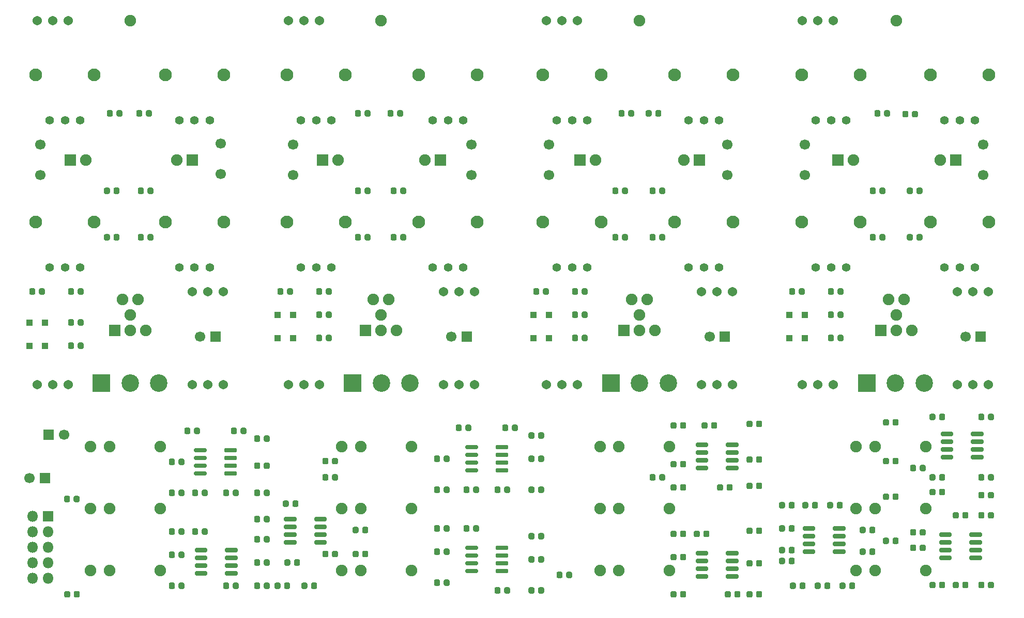
<source format=gbs>
G04 #@! TF.GenerationSoftware,KiCad,Pcbnew,(5.1.6-0-10_14)*
G04 #@! TF.CreationDate,2022-01-25T14:28:11+00:00*
G04 #@! TF.ProjectId,Quad Tube VCA,51756164-2054-4756-9265-205643412e6b,rev?*
G04 #@! TF.SameCoordinates,Original*
G04 #@! TF.FileFunction,Soldermask,Bot*
G04 #@! TF.FilePolarity,Negative*
%FSLAX46Y46*%
G04 Gerber Fmt 4.6, Leading zero omitted, Abs format (unit mm)*
G04 Created by KiCad (PCBNEW (5.1.6-0-10_14)) date 2022-01-25 14:28:11*
%MOMM*%
%LPD*%
G01*
G04 APERTURE LIST*
%ADD10C,2.875000*%
%ADD11R,2.875000X2.875000*%
%ADD12C,1.700000*%
%ADD13R,1.700000X1.700000*%
%ADD14C,1.900000*%
%ADD15R,1.900000X1.900000*%
%ADD16C,2.100000*%
%ADD17C,1.400000*%
%ADD18C,1.540000*%
%ADD19O,1.800000X1.800000*%
%ADD20R,1.800000X1.800000*%
%ADD21R,1.100000X1.100000*%
G04 APERTURE END LIST*
G36*
G01*
X222557000Y-136573000D02*
X222557000Y-136223000D01*
G75*
G02*
X222732000Y-136048000I175000J0D01*
G01*
X224432000Y-136048000D01*
G75*
G02*
X224607000Y-136223000I0J-175000D01*
G01*
X224607000Y-136573000D01*
G75*
G02*
X224432000Y-136748000I-175000J0D01*
G01*
X222732000Y-136748000D01*
G75*
G02*
X222557000Y-136573000I0J175000D01*
G01*
G37*
G36*
G01*
X222557000Y-135303000D02*
X222557000Y-134953000D01*
G75*
G02*
X222732000Y-134778000I175000J0D01*
G01*
X224432000Y-134778000D01*
G75*
G02*
X224607000Y-134953000I0J-175000D01*
G01*
X224607000Y-135303000D01*
G75*
G02*
X224432000Y-135478000I-175000J0D01*
G01*
X222732000Y-135478000D01*
G75*
G02*
X222557000Y-135303000I0J175000D01*
G01*
G37*
G36*
G01*
X222557000Y-134033000D02*
X222557000Y-133683000D01*
G75*
G02*
X222732000Y-133508000I175000J0D01*
G01*
X224432000Y-133508000D01*
G75*
G02*
X224607000Y-133683000I0J-175000D01*
G01*
X224607000Y-134033000D01*
G75*
G02*
X224432000Y-134208000I-175000J0D01*
G01*
X222732000Y-134208000D01*
G75*
G02*
X222557000Y-134033000I0J175000D01*
G01*
G37*
G36*
G01*
X222557000Y-132763000D02*
X222557000Y-132413000D01*
G75*
G02*
X222732000Y-132238000I175000J0D01*
G01*
X224432000Y-132238000D01*
G75*
G02*
X224607000Y-132413000I0J-175000D01*
G01*
X224607000Y-132763000D01*
G75*
G02*
X224432000Y-132938000I-175000J0D01*
G01*
X222732000Y-132938000D01*
G75*
G02*
X222557000Y-132763000I0J175000D01*
G01*
G37*
G36*
G01*
X217607000Y-132763000D02*
X217607000Y-132413000D01*
G75*
G02*
X217782000Y-132238000I175000J0D01*
G01*
X219482000Y-132238000D01*
G75*
G02*
X219657000Y-132413000I0J-175000D01*
G01*
X219657000Y-132763000D01*
G75*
G02*
X219482000Y-132938000I-175000J0D01*
G01*
X217782000Y-132938000D01*
G75*
G02*
X217607000Y-132763000I0J175000D01*
G01*
G37*
G36*
G01*
X217607000Y-134033000D02*
X217607000Y-133683000D01*
G75*
G02*
X217782000Y-133508000I175000J0D01*
G01*
X219482000Y-133508000D01*
G75*
G02*
X219657000Y-133683000I0J-175000D01*
G01*
X219657000Y-134033000D01*
G75*
G02*
X219482000Y-134208000I-175000J0D01*
G01*
X217782000Y-134208000D01*
G75*
G02*
X217607000Y-134033000I0J175000D01*
G01*
G37*
G36*
G01*
X217607000Y-135303000D02*
X217607000Y-134953000D01*
G75*
G02*
X217782000Y-134778000I175000J0D01*
G01*
X219482000Y-134778000D01*
G75*
G02*
X219657000Y-134953000I0J-175000D01*
G01*
X219657000Y-135303000D01*
G75*
G02*
X219482000Y-135478000I-175000J0D01*
G01*
X217782000Y-135478000D01*
G75*
G02*
X217607000Y-135303000I0J175000D01*
G01*
G37*
G36*
G01*
X217607000Y-136573000D02*
X217607000Y-136223000D01*
G75*
G02*
X217782000Y-136048000I175000J0D01*
G01*
X219482000Y-136048000D01*
G75*
G02*
X219657000Y-136223000I0J-175000D01*
G01*
X219657000Y-136573000D01*
G75*
G02*
X219482000Y-136748000I-175000J0D01*
G01*
X217782000Y-136748000D01*
G75*
G02*
X217607000Y-136573000I0J175000D01*
G01*
G37*
D10*
X89790000Y-107702500D03*
X85090000Y-107702500D03*
D11*
X80390000Y-107702500D03*
D10*
X130938000Y-107702500D03*
X126238000Y-107702500D03*
D11*
X121538000Y-107702500D03*
D10*
X173229000Y-107702500D03*
X168529000Y-107702500D03*
D11*
X163829000Y-107702500D03*
D10*
X215139000Y-107702500D03*
X210439000Y-107702500D03*
D11*
X205739000Y-107702500D03*
D12*
X221909000Y-100076000D03*
D13*
X224409000Y-100076000D03*
D12*
X179999000Y-100076000D03*
D13*
X182499000Y-100076000D03*
D12*
X137708000Y-100076000D03*
D13*
X140208000Y-100076000D03*
D12*
X96560000Y-100076000D03*
D13*
X99060000Y-100076000D03*
D12*
X68620000Y-123317000D03*
D13*
X71120000Y-123317000D03*
D12*
X74255000Y-116205000D03*
D13*
X71755000Y-116205000D03*
G36*
G01*
X100637000Y-139113000D02*
X100637000Y-138763000D01*
G75*
G02*
X100812000Y-138588000I175000J0D01*
G01*
X102512000Y-138588000D01*
G75*
G02*
X102687000Y-138763000I0J-175000D01*
G01*
X102687000Y-139113000D01*
G75*
G02*
X102512000Y-139288000I-175000J0D01*
G01*
X100812000Y-139288000D01*
G75*
G02*
X100637000Y-139113000I0J175000D01*
G01*
G37*
G36*
G01*
X100637000Y-137843000D02*
X100637000Y-137493000D01*
G75*
G02*
X100812000Y-137318000I175000J0D01*
G01*
X102512000Y-137318000D01*
G75*
G02*
X102687000Y-137493000I0J-175000D01*
G01*
X102687000Y-137843000D01*
G75*
G02*
X102512000Y-138018000I-175000J0D01*
G01*
X100812000Y-138018000D01*
G75*
G02*
X100637000Y-137843000I0J175000D01*
G01*
G37*
G36*
G01*
X100637000Y-136573000D02*
X100637000Y-136223000D01*
G75*
G02*
X100812000Y-136048000I175000J0D01*
G01*
X102512000Y-136048000D01*
G75*
G02*
X102687000Y-136223000I0J-175000D01*
G01*
X102687000Y-136573000D01*
G75*
G02*
X102512000Y-136748000I-175000J0D01*
G01*
X100812000Y-136748000D01*
G75*
G02*
X100637000Y-136573000I0J175000D01*
G01*
G37*
G36*
G01*
X100637000Y-135303000D02*
X100637000Y-134953000D01*
G75*
G02*
X100812000Y-134778000I175000J0D01*
G01*
X102512000Y-134778000D01*
G75*
G02*
X102687000Y-134953000I0J-175000D01*
G01*
X102687000Y-135303000D01*
G75*
G02*
X102512000Y-135478000I-175000J0D01*
G01*
X100812000Y-135478000D01*
G75*
G02*
X100637000Y-135303000I0J175000D01*
G01*
G37*
G36*
G01*
X95687000Y-135303000D02*
X95687000Y-134953000D01*
G75*
G02*
X95862000Y-134778000I175000J0D01*
G01*
X97562000Y-134778000D01*
G75*
G02*
X97737000Y-134953000I0J-175000D01*
G01*
X97737000Y-135303000D01*
G75*
G02*
X97562000Y-135478000I-175000J0D01*
G01*
X95862000Y-135478000D01*
G75*
G02*
X95687000Y-135303000I0J175000D01*
G01*
G37*
G36*
G01*
X95687000Y-136573000D02*
X95687000Y-136223000D01*
G75*
G02*
X95862000Y-136048000I175000J0D01*
G01*
X97562000Y-136048000D01*
G75*
G02*
X97737000Y-136223000I0J-175000D01*
G01*
X97737000Y-136573000D01*
G75*
G02*
X97562000Y-136748000I-175000J0D01*
G01*
X95862000Y-136748000D01*
G75*
G02*
X95687000Y-136573000I0J175000D01*
G01*
G37*
G36*
G01*
X95687000Y-137843000D02*
X95687000Y-137493000D01*
G75*
G02*
X95862000Y-137318000I175000J0D01*
G01*
X97562000Y-137318000D01*
G75*
G02*
X97737000Y-137493000I0J-175000D01*
G01*
X97737000Y-137843000D01*
G75*
G02*
X97562000Y-138018000I-175000J0D01*
G01*
X95862000Y-138018000D01*
G75*
G02*
X95687000Y-137843000I0J175000D01*
G01*
G37*
G36*
G01*
X95687000Y-139113000D02*
X95687000Y-138763000D01*
G75*
G02*
X95862000Y-138588000I175000J0D01*
G01*
X97562000Y-138588000D01*
G75*
G02*
X97737000Y-138763000I0J-175000D01*
G01*
X97737000Y-139113000D01*
G75*
G02*
X97562000Y-139288000I-175000J0D01*
G01*
X95862000Y-139288000D01*
G75*
G02*
X95687000Y-139113000I0J175000D01*
G01*
G37*
G36*
G01*
X205567000Y-131544750D02*
X205567000Y-132107250D01*
G75*
G02*
X205323250Y-132351000I-243750J0D01*
G01*
X204835750Y-132351000D01*
G75*
G02*
X204592000Y-132107250I0J243750D01*
G01*
X204592000Y-131544750D01*
G75*
G02*
X204835750Y-131301000I243750J0D01*
G01*
X205323250Y-131301000D01*
G75*
G02*
X205567000Y-131544750I0J-243750D01*
G01*
G37*
G36*
G01*
X207142000Y-131544750D02*
X207142000Y-132107250D01*
G75*
G02*
X206898250Y-132351000I-243750J0D01*
G01*
X206410750Y-132351000D01*
G75*
G02*
X206167000Y-132107250I0J243750D01*
G01*
X206167000Y-131544750D01*
G75*
G02*
X206410750Y-131301000I243750J0D01*
G01*
X206898250Y-131301000D01*
G75*
G02*
X207142000Y-131544750I0J-243750D01*
G01*
G37*
G36*
G01*
X198801000Y-141251250D02*
X198801000Y-140688750D01*
G75*
G02*
X199044750Y-140445000I243750J0D01*
G01*
X199532250Y-140445000D01*
G75*
G02*
X199776000Y-140688750I0J-243750D01*
G01*
X199776000Y-141251250D01*
G75*
G02*
X199532250Y-141495000I-243750J0D01*
G01*
X199044750Y-141495000D01*
G75*
G02*
X198801000Y-141251250I0J243750D01*
G01*
G37*
G36*
G01*
X197226000Y-141251250D02*
X197226000Y-140688750D01*
G75*
G02*
X197469750Y-140445000I243750J0D01*
G01*
X197957250Y-140445000D01*
G75*
G02*
X198201000Y-140688750I0J-243750D01*
G01*
X198201000Y-141251250D01*
G75*
G02*
X197957250Y-141495000I-243750J0D01*
G01*
X197469750Y-141495000D01*
G75*
G02*
X197226000Y-141251250I0J243750D01*
G01*
G37*
G36*
G01*
X122509000Y-131544750D02*
X122509000Y-132107250D01*
G75*
G02*
X122265250Y-132351000I-243750J0D01*
G01*
X121777750Y-132351000D01*
G75*
G02*
X121534000Y-132107250I0J243750D01*
G01*
X121534000Y-131544750D01*
G75*
G02*
X121777750Y-131301000I243750J0D01*
G01*
X122265250Y-131301000D01*
G75*
G02*
X122509000Y-131544750I0J-243750D01*
G01*
G37*
G36*
G01*
X124084000Y-131544750D02*
X124084000Y-132107250D01*
G75*
G02*
X123840250Y-132351000I-243750J0D01*
G01*
X123352750Y-132351000D01*
G75*
G02*
X123109000Y-132107250I0J243750D01*
G01*
X123109000Y-131544750D01*
G75*
G02*
X123352750Y-131301000I243750J0D01*
G01*
X123840250Y-131301000D01*
G75*
G02*
X124084000Y-131544750I0J-243750D01*
G01*
G37*
G36*
G01*
X111933000Y-137441250D02*
X111933000Y-136878750D01*
G75*
G02*
X112176750Y-136635000I243750J0D01*
G01*
X112664250Y-136635000D01*
G75*
G02*
X112908000Y-136878750I0J-243750D01*
G01*
X112908000Y-137441250D01*
G75*
G02*
X112664250Y-137685000I-243750J0D01*
G01*
X112176750Y-137685000D01*
G75*
G02*
X111933000Y-137441250I0J243750D01*
G01*
G37*
G36*
G01*
X110358000Y-137441250D02*
X110358000Y-136878750D01*
G75*
G02*
X110601750Y-136635000I243750J0D01*
G01*
X111089250Y-136635000D01*
G75*
G02*
X111333000Y-136878750I0J-243750D01*
G01*
X111333000Y-137441250D01*
G75*
G02*
X111089250Y-137685000I-243750J0D01*
G01*
X110601750Y-137685000D01*
G75*
G02*
X110358000Y-137441250I0J243750D01*
G01*
G37*
G36*
G01*
X200233000Y-127480750D02*
X200233000Y-128043250D01*
G75*
G02*
X199989250Y-128287000I-243750J0D01*
G01*
X199501750Y-128287000D01*
G75*
G02*
X199258000Y-128043250I0J243750D01*
G01*
X199258000Y-127480750D01*
G75*
G02*
X199501750Y-127237000I243750J0D01*
G01*
X199989250Y-127237000D01*
G75*
G02*
X200233000Y-127480750I0J-243750D01*
G01*
G37*
G36*
G01*
X201808000Y-127480750D02*
X201808000Y-128043250D01*
G75*
G02*
X201564250Y-128287000I-243750J0D01*
G01*
X201076750Y-128287000D01*
G75*
G02*
X200833000Y-128043250I0J243750D01*
G01*
X200833000Y-127480750D01*
G75*
G02*
X201076750Y-127237000I243750J0D01*
G01*
X201564250Y-127237000D01*
G75*
G02*
X201808000Y-127480750I0J-243750D01*
G01*
G37*
G36*
G01*
X192359000Y-134846750D02*
X192359000Y-135409250D01*
G75*
G02*
X192115250Y-135653000I-243750J0D01*
G01*
X191627750Y-135653000D01*
G75*
G02*
X191384000Y-135409250I0J243750D01*
G01*
X191384000Y-134846750D01*
G75*
G02*
X191627750Y-134603000I243750J0D01*
G01*
X192115250Y-134603000D01*
G75*
G02*
X192359000Y-134846750I0J-243750D01*
G01*
G37*
G36*
G01*
X193934000Y-134846750D02*
X193934000Y-135409250D01*
G75*
G02*
X193690250Y-135653000I-243750J0D01*
G01*
X193202750Y-135653000D01*
G75*
G02*
X192959000Y-135409250I0J243750D01*
G01*
X192959000Y-134846750D01*
G75*
G02*
X193202750Y-134603000I243750J0D01*
G01*
X193690250Y-134603000D01*
G75*
G02*
X193934000Y-134846750I0J-243750D01*
G01*
G37*
G36*
G01*
X117556000Y-122908750D02*
X117556000Y-123471250D01*
G75*
G02*
X117312250Y-123715000I-243750J0D01*
G01*
X116824750Y-123715000D01*
G75*
G02*
X116581000Y-123471250I0J243750D01*
G01*
X116581000Y-122908750D01*
G75*
G02*
X116824750Y-122665000I243750J0D01*
G01*
X117312250Y-122665000D01*
G75*
G02*
X117556000Y-122908750I0J-243750D01*
G01*
G37*
G36*
G01*
X119131000Y-122908750D02*
X119131000Y-123471250D01*
G75*
G02*
X118887250Y-123715000I-243750J0D01*
G01*
X118399750Y-123715000D01*
G75*
G02*
X118156000Y-123471250I0J243750D01*
G01*
X118156000Y-122908750D01*
G75*
G02*
X118399750Y-122665000I243750J0D01*
G01*
X118887250Y-122665000D01*
G75*
G02*
X119131000Y-122908750I0J-243750D01*
G01*
G37*
G36*
G01*
X209977000Y-133885250D02*
X209977000Y-133322750D01*
G75*
G02*
X210220750Y-133079000I243750J0D01*
G01*
X210708250Y-133079000D01*
G75*
G02*
X210952000Y-133322750I0J-243750D01*
G01*
X210952000Y-133885250D01*
G75*
G02*
X210708250Y-134129000I-243750J0D01*
G01*
X210220750Y-134129000D01*
G75*
G02*
X209977000Y-133885250I0J243750D01*
G01*
G37*
G36*
G01*
X208402000Y-133885250D02*
X208402000Y-133322750D01*
G75*
G02*
X208645750Y-133079000I243750J0D01*
G01*
X209133250Y-133079000D01*
G75*
G02*
X209377000Y-133322750I0J-243750D01*
G01*
X209377000Y-133885250D01*
G75*
G02*
X209133250Y-134129000I-243750J0D01*
G01*
X208645750Y-134129000D01*
G75*
G02*
X208402000Y-133885250I0J243750D01*
G01*
G37*
G36*
G01*
X192359000Y-131290750D02*
X192359000Y-131853250D01*
G75*
G02*
X192115250Y-132097000I-243750J0D01*
G01*
X191627750Y-132097000D01*
G75*
G02*
X191384000Y-131853250I0J243750D01*
G01*
X191384000Y-131290750D01*
G75*
G02*
X191627750Y-131047000I243750J0D01*
G01*
X192115250Y-131047000D01*
G75*
G02*
X192359000Y-131290750I0J-243750D01*
G01*
G37*
G36*
G01*
X193934000Y-131290750D02*
X193934000Y-131853250D01*
G75*
G02*
X193690250Y-132097000I-243750J0D01*
G01*
X193202750Y-132097000D01*
G75*
G02*
X192959000Y-131853250I0J243750D01*
G01*
X192959000Y-131290750D01*
G75*
G02*
X193202750Y-131047000I243750J0D01*
G01*
X193690250Y-131047000D01*
G75*
G02*
X193934000Y-131290750I0J-243750D01*
G01*
G37*
G36*
G01*
X118156000Y-120804250D02*
X118156000Y-120241750D01*
G75*
G02*
X118399750Y-119998000I243750J0D01*
G01*
X118887250Y-119998000D01*
G75*
G02*
X119131000Y-120241750I0J-243750D01*
G01*
X119131000Y-120804250D01*
G75*
G02*
X118887250Y-121048000I-243750J0D01*
G01*
X118399750Y-121048000D01*
G75*
G02*
X118156000Y-120804250I0J243750D01*
G01*
G37*
G36*
G01*
X116581000Y-120804250D02*
X116581000Y-120241750D01*
G75*
G02*
X116824750Y-119998000I243750J0D01*
G01*
X117312250Y-119998000D01*
G75*
G02*
X117556000Y-120241750I0J-243750D01*
G01*
X117556000Y-120804250D01*
G75*
G02*
X117312250Y-121048000I-243750J0D01*
G01*
X116824750Y-121048000D01*
G75*
G02*
X116581000Y-120804250I0J243750D01*
G01*
G37*
G36*
G01*
X106980000Y-130329250D02*
X106980000Y-129766750D01*
G75*
G02*
X107223750Y-129523000I243750J0D01*
G01*
X107711250Y-129523000D01*
G75*
G02*
X107955000Y-129766750I0J-243750D01*
G01*
X107955000Y-130329250D01*
G75*
G02*
X107711250Y-130573000I-243750J0D01*
G01*
X107223750Y-130573000D01*
G75*
G02*
X106980000Y-130329250I0J243750D01*
G01*
G37*
G36*
G01*
X105405000Y-130329250D02*
X105405000Y-129766750D01*
G75*
G02*
X105648750Y-129523000I243750J0D01*
G01*
X106136250Y-129523000D01*
G75*
G02*
X106380000Y-129766750I0J-243750D01*
G01*
X106380000Y-130329250D01*
G75*
G02*
X106136250Y-130573000I-243750J0D01*
G01*
X105648750Y-130573000D01*
G75*
G02*
X105405000Y-130329250I0J243750D01*
G01*
G37*
G36*
G01*
X200205000Y-135557000D02*
X200205000Y-135207000D01*
G75*
G02*
X200380000Y-135032000I175000J0D01*
G01*
X202080000Y-135032000D01*
G75*
G02*
X202255000Y-135207000I0J-175000D01*
G01*
X202255000Y-135557000D01*
G75*
G02*
X202080000Y-135732000I-175000J0D01*
G01*
X200380000Y-135732000D01*
G75*
G02*
X200205000Y-135557000I0J175000D01*
G01*
G37*
G36*
G01*
X200205000Y-134287000D02*
X200205000Y-133937000D01*
G75*
G02*
X200380000Y-133762000I175000J0D01*
G01*
X202080000Y-133762000D01*
G75*
G02*
X202255000Y-133937000I0J-175000D01*
G01*
X202255000Y-134287000D01*
G75*
G02*
X202080000Y-134462000I-175000J0D01*
G01*
X200380000Y-134462000D01*
G75*
G02*
X200205000Y-134287000I0J175000D01*
G01*
G37*
G36*
G01*
X200205000Y-133017000D02*
X200205000Y-132667000D01*
G75*
G02*
X200380000Y-132492000I175000J0D01*
G01*
X202080000Y-132492000D01*
G75*
G02*
X202255000Y-132667000I0J-175000D01*
G01*
X202255000Y-133017000D01*
G75*
G02*
X202080000Y-133192000I-175000J0D01*
G01*
X200380000Y-133192000D01*
G75*
G02*
X200205000Y-133017000I0J175000D01*
G01*
G37*
G36*
G01*
X200205000Y-131747000D02*
X200205000Y-131397000D01*
G75*
G02*
X200380000Y-131222000I175000J0D01*
G01*
X202080000Y-131222000D01*
G75*
G02*
X202255000Y-131397000I0J-175000D01*
G01*
X202255000Y-131747000D01*
G75*
G02*
X202080000Y-131922000I-175000J0D01*
G01*
X200380000Y-131922000D01*
G75*
G02*
X200205000Y-131747000I0J175000D01*
G01*
G37*
G36*
G01*
X195255000Y-131747000D02*
X195255000Y-131397000D01*
G75*
G02*
X195430000Y-131222000I175000J0D01*
G01*
X197130000Y-131222000D01*
G75*
G02*
X197305000Y-131397000I0J-175000D01*
G01*
X197305000Y-131747000D01*
G75*
G02*
X197130000Y-131922000I-175000J0D01*
G01*
X195430000Y-131922000D01*
G75*
G02*
X195255000Y-131747000I0J175000D01*
G01*
G37*
G36*
G01*
X195255000Y-133017000D02*
X195255000Y-132667000D01*
G75*
G02*
X195430000Y-132492000I175000J0D01*
G01*
X197130000Y-132492000D01*
G75*
G02*
X197305000Y-132667000I0J-175000D01*
G01*
X197305000Y-133017000D01*
G75*
G02*
X197130000Y-133192000I-175000J0D01*
G01*
X195430000Y-133192000D01*
G75*
G02*
X195255000Y-133017000I0J175000D01*
G01*
G37*
G36*
G01*
X195255000Y-134287000D02*
X195255000Y-133937000D01*
G75*
G02*
X195430000Y-133762000I175000J0D01*
G01*
X197130000Y-133762000D01*
G75*
G02*
X197305000Y-133937000I0J-175000D01*
G01*
X197305000Y-134287000D01*
G75*
G02*
X197130000Y-134462000I-175000J0D01*
G01*
X195430000Y-134462000D01*
G75*
G02*
X195255000Y-134287000I0J175000D01*
G01*
G37*
G36*
G01*
X195255000Y-135557000D02*
X195255000Y-135207000D01*
G75*
G02*
X195430000Y-135032000I175000J0D01*
G01*
X197130000Y-135032000D01*
G75*
G02*
X197305000Y-135207000I0J-175000D01*
G01*
X197305000Y-135557000D01*
G75*
G02*
X197130000Y-135732000I-175000J0D01*
G01*
X195430000Y-135732000D01*
G75*
G02*
X195255000Y-135557000I0J175000D01*
G01*
G37*
G36*
G01*
X115242000Y-134033000D02*
X115242000Y-133683000D01*
G75*
G02*
X115417000Y-133508000I175000J0D01*
G01*
X117117000Y-133508000D01*
G75*
G02*
X117292000Y-133683000I0J-175000D01*
G01*
X117292000Y-134033000D01*
G75*
G02*
X117117000Y-134208000I-175000J0D01*
G01*
X115417000Y-134208000D01*
G75*
G02*
X115242000Y-134033000I0J175000D01*
G01*
G37*
G36*
G01*
X115242000Y-132763000D02*
X115242000Y-132413000D01*
G75*
G02*
X115417000Y-132238000I175000J0D01*
G01*
X117117000Y-132238000D01*
G75*
G02*
X117292000Y-132413000I0J-175000D01*
G01*
X117292000Y-132763000D01*
G75*
G02*
X117117000Y-132938000I-175000J0D01*
G01*
X115417000Y-132938000D01*
G75*
G02*
X115242000Y-132763000I0J175000D01*
G01*
G37*
G36*
G01*
X115242000Y-131493000D02*
X115242000Y-131143000D01*
G75*
G02*
X115417000Y-130968000I175000J0D01*
G01*
X117117000Y-130968000D01*
G75*
G02*
X117292000Y-131143000I0J-175000D01*
G01*
X117292000Y-131493000D01*
G75*
G02*
X117117000Y-131668000I-175000J0D01*
G01*
X115417000Y-131668000D01*
G75*
G02*
X115242000Y-131493000I0J175000D01*
G01*
G37*
G36*
G01*
X115242000Y-130223000D02*
X115242000Y-129873000D01*
G75*
G02*
X115417000Y-129698000I175000J0D01*
G01*
X117117000Y-129698000D01*
G75*
G02*
X117292000Y-129873000I0J-175000D01*
G01*
X117292000Y-130223000D01*
G75*
G02*
X117117000Y-130398000I-175000J0D01*
G01*
X115417000Y-130398000D01*
G75*
G02*
X115242000Y-130223000I0J175000D01*
G01*
G37*
G36*
G01*
X110292000Y-130223000D02*
X110292000Y-129873000D01*
G75*
G02*
X110467000Y-129698000I175000J0D01*
G01*
X112167000Y-129698000D01*
G75*
G02*
X112342000Y-129873000I0J-175000D01*
G01*
X112342000Y-130223000D01*
G75*
G02*
X112167000Y-130398000I-175000J0D01*
G01*
X110467000Y-130398000D01*
G75*
G02*
X110292000Y-130223000I0J175000D01*
G01*
G37*
G36*
G01*
X110292000Y-131493000D02*
X110292000Y-131143000D01*
G75*
G02*
X110467000Y-130968000I175000J0D01*
G01*
X112167000Y-130968000D01*
G75*
G02*
X112342000Y-131143000I0J-175000D01*
G01*
X112342000Y-131493000D01*
G75*
G02*
X112167000Y-131668000I-175000J0D01*
G01*
X110467000Y-131668000D01*
G75*
G02*
X110292000Y-131493000I0J175000D01*
G01*
G37*
G36*
G01*
X110292000Y-132763000D02*
X110292000Y-132413000D01*
G75*
G02*
X110467000Y-132238000I175000J0D01*
G01*
X112167000Y-132238000D01*
G75*
G02*
X112342000Y-132413000I0J-175000D01*
G01*
X112342000Y-132763000D01*
G75*
G02*
X112167000Y-132938000I-175000J0D01*
G01*
X110467000Y-132938000D01*
G75*
G02*
X110292000Y-132763000I0J175000D01*
G01*
G37*
G36*
G01*
X110292000Y-134033000D02*
X110292000Y-133683000D01*
G75*
G02*
X110467000Y-133508000I175000J0D01*
G01*
X112167000Y-133508000D01*
G75*
G02*
X112342000Y-133683000I0J-175000D01*
G01*
X112342000Y-134033000D01*
G75*
G02*
X112167000Y-134208000I-175000J0D01*
G01*
X110467000Y-134208000D01*
G75*
G02*
X110292000Y-134033000I0J175000D01*
G01*
G37*
G36*
G01*
X196769000Y-128043250D02*
X196769000Y-127480750D01*
G75*
G02*
X197012750Y-127237000I243750J0D01*
G01*
X197500250Y-127237000D01*
G75*
G02*
X197744000Y-127480750I0J-243750D01*
G01*
X197744000Y-128043250D01*
G75*
G02*
X197500250Y-128287000I-243750J0D01*
G01*
X197012750Y-128287000D01*
G75*
G02*
X196769000Y-128043250I0J243750D01*
G01*
G37*
G36*
G01*
X195194000Y-128043250D02*
X195194000Y-127480750D01*
G75*
G02*
X195437750Y-127237000I243750J0D01*
G01*
X195925250Y-127237000D01*
G75*
G02*
X196169000Y-127480750I0J-243750D01*
G01*
X196169000Y-128043250D01*
G75*
G02*
X195925250Y-128287000I-243750J0D01*
G01*
X195437750Y-128287000D01*
G75*
G02*
X195194000Y-128043250I0J243750D01*
G01*
G37*
G36*
G01*
X202865000Y-141251250D02*
X202865000Y-140688750D01*
G75*
G02*
X203108750Y-140445000I243750J0D01*
G01*
X203596250Y-140445000D01*
G75*
G02*
X203840000Y-140688750I0J-243750D01*
G01*
X203840000Y-141251250D01*
G75*
G02*
X203596250Y-141495000I-243750J0D01*
G01*
X203108750Y-141495000D01*
G75*
G02*
X202865000Y-141251250I0J243750D01*
G01*
G37*
G36*
G01*
X201290000Y-141251250D02*
X201290000Y-140688750D01*
G75*
G02*
X201533750Y-140445000I243750J0D01*
G01*
X202021250Y-140445000D01*
G75*
G02*
X202265000Y-140688750I0J-243750D01*
G01*
X202265000Y-141251250D01*
G75*
G02*
X202021250Y-141495000I-243750J0D01*
G01*
X201533750Y-141495000D01*
G75*
G02*
X201290000Y-141251250I0J243750D01*
G01*
G37*
G36*
G01*
X111679000Y-127789250D02*
X111679000Y-127226750D01*
G75*
G02*
X111922750Y-126983000I243750J0D01*
G01*
X112410250Y-126983000D01*
G75*
G02*
X112654000Y-127226750I0J-243750D01*
G01*
X112654000Y-127789250D01*
G75*
G02*
X112410250Y-128033000I-243750J0D01*
G01*
X111922750Y-128033000D01*
G75*
G02*
X111679000Y-127789250I0J243750D01*
G01*
G37*
G36*
G01*
X110104000Y-127789250D02*
X110104000Y-127226750D01*
G75*
G02*
X110347750Y-126983000I243750J0D01*
G01*
X110835250Y-126983000D01*
G75*
G02*
X111079000Y-127226750I0J-243750D01*
G01*
X111079000Y-127789250D01*
G75*
G02*
X110835250Y-128033000I-243750J0D01*
G01*
X110347750Y-128033000D01*
G75*
G02*
X110104000Y-127789250I0J243750D01*
G01*
G37*
G36*
G01*
X118156000Y-136044250D02*
X118156000Y-135481750D01*
G75*
G02*
X118399750Y-135238000I243750J0D01*
G01*
X118887250Y-135238000D01*
G75*
G02*
X119131000Y-135481750I0J-243750D01*
G01*
X119131000Y-136044250D01*
G75*
G02*
X118887250Y-136288000I-243750J0D01*
G01*
X118399750Y-136288000D01*
G75*
G02*
X118156000Y-136044250I0J243750D01*
G01*
G37*
G36*
G01*
X116581000Y-136044250D02*
X116581000Y-135481750D01*
G75*
G02*
X116824750Y-135238000I243750J0D01*
G01*
X117312250Y-135238000D01*
G75*
G02*
X117556000Y-135481750I0J-243750D01*
G01*
X117556000Y-136044250D01*
G75*
G02*
X117312250Y-136288000I-243750J0D01*
G01*
X116824750Y-136288000D01*
G75*
G02*
X116581000Y-136044250I0J243750D01*
G01*
G37*
D14*
X126153333Y-48260000D03*
X126153333Y-96520000D03*
X124883333Y-93980000D03*
X127423333Y-93980000D03*
X128693333Y-99060000D03*
X126153333Y-99060000D03*
D15*
X123613333Y-99060000D03*
D14*
X85090000Y-48260000D03*
X85090000Y-96520000D03*
X83820000Y-93980000D03*
X86360000Y-93980000D03*
X87630000Y-99060000D03*
X85090000Y-99060000D03*
D15*
X82550000Y-99060000D03*
D14*
X210550000Y-48260000D03*
X210550000Y-96520000D03*
X209280000Y-93980000D03*
X211820000Y-93980000D03*
X213090000Y-99060000D03*
X210550000Y-99060000D03*
D15*
X208010000Y-99060000D03*
D14*
X168486666Y-48260000D03*
X168486666Y-96520000D03*
X167216666Y-93980000D03*
X169756666Y-93980000D03*
X171026666Y-99060000D03*
X168486666Y-99060000D03*
D15*
X165946666Y-99060000D03*
D16*
X204680000Y-57150000D03*
X195080000Y-57150000D03*
D17*
X202380000Y-64650000D03*
X199880000Y-64650000D03*
X197380000Y-64650000D03*
D16*
X162280000Y-57150000D03*
X152680000Y-57150000D03*
D17*
X159980000Y-64650000D03*
X157480000Y-64650000D03*
X154980000Y-64650000D03*
D16*
X120370000Y-57150000D03*
X110770000Y-57150000D03*
D17*
X118070000Y-64650000D03*
X115570000Y-64650000D03*
X113070000Y-64650000D03*
D16*
X79222000Y-57150000D03*
X69622000Y-57150000D03*
D17*
X76922000Y-64650000D03*
X74422000Y-64650000D03*
X71922000Y-64650000D03*
D16*
X204680000Y-81280000D03*
X195080000Y-81280000D03*
D17*
X202380000Y-88780000D03*
X199880000Y-88780000D03*
X197380000Y-88780000D03*
D16*
X162280000Y-81280000D03*
X152680000Y-81280000D03*
D17*
X159980000Y-88780000D03*
X157480000Y-88780000D03*
X154980000Y-88780000D03*
D16*
X120370000Y-81280000D03*
X110770000Y-81280000D03*
D17*
X118070000Y-88780000D03*
X115570000Y-88780000D03*
X113070000Y-88780000D03*
D16*
X79222000Y-81280000D03*
X69622000Y-81280000D03*
D17*
X76922000Y-88780000D03*
X74422000Y-88780000D03*
X71922000Y-88780000D03*
D16*
X225780000Y-57150000D03*
X216180000Y-57150000D03*
D17*
X223480000Y-64650000D03*
X220980000Y-64650000D03*
X218480000Y-64650000D03*
D16*
X183870000Y-57150000D03*
X174270000Y-57150000D03*
D17*
X181570000Y-64650000D03*
X179070000Y-64650000D03*
X176570000Y-64650000D03*
D16*
X141960000Y-57150000D03*
X132360000Y-57150000D03*
D17*
X139660000Y-64650000D03*
X137160000Y-64650000D03*
X134660000Y-64650000D03*
D16*
X100431000Y-57150000D03*
X90831000Y-57150000D03*
D17*
X98131000Y-64650000D03*
X95631000Y-64650000D03*
X93131000Y-64650000D03*
D16*
X225780000Y-81280000D03*
X216180000Y-81280000D03*
D17*
X223480000Y-88780000D03*
X220980000Y-88780000D03*
X218480000Y-88780000D03*
D16*
X183870000Y-81280000D03*
X174270000Y-81280000D03*
D17*
X181570000Y-88780000D03*
X179070000Y-88780000D03*
X176570000Y-88780000D03*
D16*
X141960000Y-81280000D03*
X132360000Y-81280000D03*
D17*
X139660000Y-88780000D03*
X137160000Y-88780000D03*
X134660000Y-88780000D03*
D16*
X100431000Y-81280000D03*
X90831000Y-81280000D03*
D17*
X98131000Y-88780000D03*
X95631000Y-88780000D03*
X93131000Y-88780000D03*
D14*
X215389000Y-138430000D03*
X203989000Y-138430000D03*
X207089000Y-138430000D03*
X173449000Y-138430000D03*
X162049000Y-138430000D03*
X165149000Y-138430000D03*
X131158000Y-138430000D03*
X119758000Y-138430000D03*
X122858000Y-138430000D03*
X90010000Y-138430000D03*
X78610000Y-138430000D03*
X81710000Y-138430000D03*
X215389000Y-118110000D03*
X203989000Y-118110000D03*
X207089000Y-118110000D03*
X173449000Y-118110000D03*
X162049000Y-118110000D03*
X165149000Y-118110000D03*
X131158000Y-118110000D03*
X119758000Y-118110000D03*
X122858000Y-118110000D03*
X90010000Y-118110000D03*
X78610000Y-118110000D03*
X81710000Y-118110000D03*
X215389000Y-128270000D03*
X203989000Y-128270000D03*
X207089000Y-128270000D03*
X173449000Y-128270000D03*
X162049000Y-128270000D03*
X165149000Y-128270000D03*
X131158000Y-128270000D03*
X119758000Y-128270000D03*
X122858000Y-128270000D03*
X90010000Y-128270000D03*
X78610000Y-128270000D03*
X81710000Y-128270000D03*
G36*
G01*
X187025000Y-142085750D02*
X187025000Y-142648250D01*
G75*
G02*
X186781250Y-142892000I-243750J0D01*
G01*
X186293750Y-142892000D01*
G75*
G02*
X186050000Y-142648250I0J243750D01*
G01*
X186050000Y-142085750D01*
G75*
G02*
X186293750Y-141842000I243750J0D01*
G01*
X186781250Y-141842000D01*
G75*
G02*
X187025000Y-142085750I0J-243750D01*
G01*
G37*
G36*
G01*
X188600000Y-142085750D02*
X188600000Y-142648250D01*
G75*
G02*
X188356250Y-142892000I-243750J0D01*
G01*
X187868750Y-142892000D01*
G75*
G02*
X187625000Y-142648250I0J243750D01*
G01*
X187625000Y-142085750D01*
G75*
G02*
X187868750Y-141842000I243750J0D01*
G01*
X188356250Y-141842000D01*
G75*
G02*
X188600000Y-142085750I0J-243750D01*
G01*
G37*
G36*
G01*
X187625000Y-137568250D02*
X187625000Y-137005750D01*
G75*
G02*
X187868750Y-136762000I243750J0D01*
G01*
X188356250Y-136762000D01*
G75*
G02*
X188600000Y-137005750I0J-243750D01*
G01*
X188600000Y-137568250D01*
G75*
G02*
X188356250Y-137812000I-243750J0D01*
G01*
X187868750Y-137812000D01*
G75*
G02*
X187625000Y-137568250I0J243750D01*
G01*
G37*
G36*
G01*
X186050000Y-137568250D02*
X186050000Y-137005750D01*
G75*
G02*
X186293750Y-136762000I243750J0D01*
G01*
X186781250Y-136762000D01*
G75*
G02*
X187025000Y-137005750I0J-243750D01*
G01*
X187025000Y-137568250D01*
G75*
G02*
X186781250Y-137812000I-243750J0D01*
G01*
X186293750Y-137812000D01*
G75*
G02*
X186050000Y-137568250I0J243750D01*
G01*
G37*
D18*
X195199000Y-48260000D03*
X197739000Y-48260000D03*
X200279000Y-48260000D03*
X153289000Y-48260000D03*
X155829000Y-48260000D03*
X158369000Y-48260000D03*
X110998000Y-48260000D03*
X113538000Y-48260000D03*
X116078000Y-48260000D03*
X69850000Y-48260000D03*
X72390000Y-48260000D03*
X74930000Y-48260000D03*
X220599000Y-107950000D03*
X223139000Y-107950000D03*
X225679000Y-107950000D03*
X178689000Y-107950000D03*
X181229000Y-107950000D03*
X183769000Y-107950000D03*
X136398000Y-107950000D03*
X138938000Y-107950000D03*
X141478000Y-107950000D03*
X95250000Y-107950000D03*
X97790000Y-107950000D03*
X100330000Y-107950000D03*
X220599000Y-92710000D03*
X223139000Y-92710000D03*
X225679000Y-92710000D03*
X178689000Y-92710000D03*
X181229000Y-92710000D03*
X183769000Y-92710000D03*
X136398000Y-92710000D03*
X138938000Y-92710000D03*
X141478000Y-92710000D03*
X95250000Y-92710000D03*
X97790000Y-92710000D03*
X100330000Y-92710000D03*
X195199000Y-107950000D03*
X197739000Y-107950000D03*
X200279000Y-107950000D03*
X153289000Y-107950000D03*
X155829000Y-107950000D03*
X158369000Y-107950000D03*
X110998000Y-107950000D03*
X113538000Y-107950000D03*
X116078000Y-107950000D03*
X69850000Y-107950000D03*
X72390000Y-107950000D03*
X74930000Y-107950000D03*
G36*
G01*
X225598000Y-113565250D02*
X225598000Y-113002750D01*
G75*
G02*
X225841750Y-112759000I243750J0D01*
G01*
X226329250Y-112759000D01*
G75*
G02*
X226573000Y-113002750I0J-243750D01*
G01*
X226573000Y-113565250D01*
G75*
G02*
X226329250Y-113809000I-243750J0D01*
G01*
X225841750Y-113809000D01*
G75*
G02*
X225598000Y-113565250I0J243750D01*
G01*
G37*
G36*
G01*
X224023000Y-113565250D02*
X224023000Y-113002750D01*
G75*
G02*
X224266750Y-112759000I243750J0D01*
G01*
X224754250Y-112759000D01*
G75*
G02*
X224998000Y-113002750I0J-243750D01*
G01*
X224998000Y-113565250D01*
G75*
G02*
X224754250Y-113809000I-243750J0D01*
G01*
X224266750Y-113809000D01*
G75*
G02*
X224023000Y-113565250I0J243750D01*
G01*
G37*
G36*
G01*
X209977000Y-114454250D02*
X209977000Y-113891750D01*
G75*
G02*
X210220750Y-113648000I243750J0D01*
G01*
X210708250Y-113648000D01*
G75*
G02*
X210952000Y-113891750I0J-243750D01*
G01*
X210952000Y-114454250D01*
G75*
G02*
X210708250Y-114698000I-243750J0D01*
G01*
X210220750Y-114698000D01*
G75*
G02*
X209977000Y-114454250I0J243750D01*
G01*
G37*
G36*
G01*
X208402000Y-114454250D02*
X208402000Y-113891750D01*
G75*
G02*
X208645750Y-113648000I243750J0D01*
G01*
X209133250Y-113648000D01*
G75*
G02*
X209377000Y-113891750I0J-243750D01*
G01*
X209377000Y-114454250D01*
G75*
G02*
X209133250Y-114698000I-243750J0D01*
G01*
X208645750Y-114698000D01*
G75*
G02*
X208402000Y-114454250I0J243750D01*
G01*
G37*
G36*
G01*
X194610000Y-92991250D02*
X194610000Y-92428750D01*
G75*
G02*
X194853750Y-92185000I243750J0D01*
G01*
X195341250Y-92185000D01*
G75*
G02*
X195585000Y-92428750I0J-243750D01*
G01*
X195585000Y-92991250D01*
G75*
G02*
X195341250Y-93235000I-243750J0D01*
G01*
X194853750Y-93235000D01*
G75*
G02*
X194610000Y-92991250I0J243750D01*
G01*
G37*
G36*
G01*
X193035000Y-92991250D02*
X193035000Y-92428750D01*
G75*
G02*
X193278750Y-92185000I243750J0D01*
G01*
X193766250Y-92185000D01*
G75*
G02*
X194010000Y-92428750I0J-243750D01*
G01*
X194010000Y-92991250D01*
G75*
G02*
X193766250Y-93235000I-243750J0D01*
G01*
X193278750Y-93235000D01*
G75*
G02*
X193035000Y-92991250I0J243750D01*
G01*
G37*
G36*
G01*
X200360000Y-92428750D02*
X200360000Y-92991250D01*
G75*
G02*
X200116250Y-93235000I-243750J0D01*
G01*
X199628750Y-93235000D01*
G75*
G02*
X199385000Y-92991250I0J243750D01*
G01*
X199385000Y-92428750D01*
G75*
G02*
X199628750Y-92185000I243750J0D01*
G01*
X200116250Y-92185000D01*
G75*
G02*
X200360000Y-92428750I0J-243750D01*
G01*
G37*
G36*
G01*
X201935000Y-92428750D02*
X201935000Y-92991250D01*
G75*
G02*
X201691250Y-93235000I-243750J0D01*
G01*
X201203750Y-93235000D01*
G75*
G02*
X200960000Y-92991250I0J243750D01*
G01*
X200960000Y-92428750D01*
G75*
G02*
X201203750Y-92185000I243750J0D01*
G01*
X201691250Y-92185000D01*
G75*
G02*
X201935000Y-92428750I0J-243750D01*
G01*
G37*
G36*
G01*
X214422000Y-121947250D02*
X214422000Y-121384750D01*
G75*
G02*
X214665750Y-121141000I243750J0D01*
G01*
X215153250Y-121141000D01*
G75*
G02*
X215397000Y-121384750I0J-243750D01*
G01*
X215397000Y-121947250D01*
G75*
G02*
X215153250Y-122191000I-243750J0D01*
G01*
X214665750Y-122191000D01*
G75*
G02*
X214422000Y-121947250I0J243750D01*
G01*
G37*
G36*
G01*
X212847000Y-121947250D02*
X212847000Y-121384750D01*
G75*
G02*
X213090750Y-121141000I243750J0D01*
G01*
X213578250Y-121141000D01*
G75*
G02*
X213822000Y-121384750I0J-243750D01*
G01*
X213822000Y-121947250D01*
G75*
G02*
X213578250Y-122191000I-243750J0D01*
G01*
X213090750Y-122191000D01*
G75*
G02*
X212847000Y-121947250I0J243750D01*
G01*
G37*
G36*
G01*
X209377000Y-126083750D02*
X209377000Y-126646250D01*
G75*
G02*
X209133250Y-126890000I-243750J0D01*
G01*
X208645750Y-126890000D01*
G75*
G02*
X208402000Y-126646250I0J243750D01*
G01*
X208402000Y-126083750D01*
G75*
G02*
X208645750Y-125840000I243750J0D01*
G01*
X209133250Y-125840000D01*
G75*
G02*
X209377000Y-126083750I0J-243750D01*
G01*
G37*
G36*
G01*
X210952000Y-126083750D02*
X210952000Y-126646250D01*
G75*
G02*
X210708250Y-126890000I-243750J0D01*
G01*
X210220750Y-126890000D01*
G75*
G02*
X209977000Y-126646250I0J243750D01*
G01*
X209977000Y-126083750D01*
G75*
G02*
X210220750Y-125840000I243750J0D01*
G01*
X210708250Y-125840000D01*
G75*
G02*
X210952000Y-126083750I0J-243750D01*
G01*
G37*
G36*
G01*
X200960000Y-96801250D02*
X200960000Y-96238750D01*
G75*
G02*
X201203750Y-95995000I243750J0D01*
G01*
X201691250Y-95995000D01*
G75*
G02*
X201935000Y-96238750I0J-243750D01*
G01*
X201935000Y-96801250D01*
G75*
G02*
X201691250Y-97045000I-243750J0D01*
G01*
X201203750Y-97045000D01*
G75*
G02*
X200960000Y-96801250I0J243750D01*
G01*
G37*
G36*
G01*
X199385000Y-96801250D02*
X199385000Y-96238750D01*
G75*
G02*
X199628750Y-95995000I243750J0D01*
G01*
X200116250Y-95995000D01*
G75*
G02*
X200360000Y-96238750I0J-243750D01*
G01*
X200360000Y-96801250D01*
G75*
G02*
X200116250Y-97045000I-243750J0D01*
G01*
X199628750Y-97045000D01*
G75*
G02*
X199385000Y-96801250I0J243750D01*
G01*
G37*
G36*
G01*
X213288500Y-83538750D02*
X213288500Y-84101250D01*
G75*
G02*
X213044750Y-84345000I-243750J0D01*
G01*
X212557250Y-84345000D01*
G75*
G02*
X212313500Y-84101250I0J243750D01*
G01*
X212313500Y-83538750D01*
G75*
G02*
X212557250Y-83295000I243750J0D01*
G01*
X213044750Y-83295000D01*
G75*
G02*
X213288500Y-83538750I0J-243750D01*
G01*
G37*
G36*
G01*
X214863500Y-83538750D02*
X214863500Y-84101250D01*
G75*
G02*
X214619750Y-84345000I-243750J0D01*
G01*
X214132250Y-84345000D01*
G75*
G02*
X213888500Y-84101250I0J243750D01*
G01*
X213888500Y-83538750D01*
G75*
G02*
X214132250Y-83295000I243750J0D01*
G01*
X214619750Y-83295000D01*
G75*
G02*
X214863500Y-83538750I0J-243750D01*
G01*
G37*
G36*
G01*
X200960000Y-100611250D02*
X200960000Y-100048750D01*
G75*
G02*
X201203750Y-99805000I243750J0D01*
G01*
X201691250Y-99805000D01*
G75*
G02*
X201935000Y-100048750I0J-243750D01*
G01*
X201935000Y-100611250D01*
G75*
G02*
X201691250Y-100855000I-243750J0D01*
G01*
X201203750Y-100855000D01*
G75*
G02*
X200960000Y-100611250I0J243750D01*
G01*
G37*
G36*
G01*
X199385000Y-100611250D02*
X199385000Y-100048750D01*
G75*
G02*
X199628750Y-99805000I243750J0D01*
G01*
X200116250Y-99805000D01*
G75*
G02*
X200360000Y-100048750I0J-243750D01*
G01*
X200360000Y-100611250D01*
G75*
G02*
X200116250Y-100855000I-243750J0D01*
G01*
X199628750Y-100855000D01*
G75*
G02*
X199385000Y-100611250I0J243750D01*
G01*
G37*
G36*
G01*
X207218000Y-83538750D02*
X207218000Y-84101250D01*
G75*
G02*
X206974250Y-84345000I-243750J0D01*
G01*
X206486750Y-84345000D01*
G75*
G02*
X206243000Y-84101250I0J243750D01*
G01*
X206243000Y-83538750D01*
G75*
G02*
X206486750Y-83295000I243750J0D01*
G01*
X206974250Y-83295000D01*
G75*
G02*
X207218000Y-83538750I0J-243750D01*
G01*
G37*
G36*
G01*
X208793000Y-83538750D02*
X208793000Y-84101250D01*
G75*
G02*
X208549250Y-84345000I-243750J0D01*
G01*
X208061750Y-84345000D01*
G75*
G02*
X207818000Y-84101250I0J243750D01*
G01*
X207818000Y-83538750D01*
G75*
G02*
X208061750Y-83295000I243750J0D01*
G01*
X208549250Y-83295000D01*
G75*
G02*
X208793000Y-83538750I0J-243750D01*
G01*
G37*
G36*
G01*
X207818000Y-76481250D02*
X207818000Y-75918750D01*
G75*
G02*
X208061750Y-75675000I243750J0D01*
G01*
X208549250Y-75675000D01*
G75*
G02*
X208793000Y-75918750I0J-243750D01*
G01*
X208793000Y-76481250D01*
G75*
G02*
X208549250Y-76725000I-243750J0D01*
G01*
X208061750Y-76725000D01*
G75*
G02*
X207818000Y-76481250I0J243750D01*
G01*
G37*
G36*
G01*
X206243000Y-76481250D02*
X206243000Y-75918750D01*
G75*
G02*
X206486750Y-75675000I243750J0D01*
G01*
X206974250Y-75675000D01*
G75*
G02*
X207218000Y-75918750I0J-243750D01*
G01*
X207218000Y-76481250D01*
G75*
G02*
X206974250Y-76725000I-243750J0D01*
G01*
X206486750Y-76725000D01*
G75*
G02*
X206243000Y-76481250I0J243750D01*
G01*
G37*
G36*
G01*
X213888500Y-76481250D02*
X213888500Y-75918750D01*
G75*
G02*
X214132250Y-75675000I243750J0D01*
G01*
X214619750Y-75675000D01*
G75*
G02*
X214863500Y-75918750I0J-243750D01*
G01*
X214863500Y-76481250D01*
G75*
G02*
X214619750Y-76725000I-243750J0D01*
G01*
X214132250Y-76725000D01*
G75*
G02*
X213888500Y-76481250I0J243750D01*
G01*
G37*
G36*
G01*
X212313500Y-76481250D02*
X212313500Y-75918750D01*
G75*
G02*
X212557250Y-75675000I243750J0D01*
G01*
X213044750Y-75675000D01*
G75*
G02*
X213288500Y-75918750I0J-243750D01*
G01*
X213288500Y-76481250D01*
G75*
G02*
X213044750Y-76725000I-243750J0D01*
G01*
X212557250Y-76725000D01*
G75*
G02*
X212313500Y-76481250I0J243750D01*
G01*
G37*
G36*
G01*
X206167000Y-135663250D02*
X206167000Y-135100750D01*
G75*
G02*
X206410750Y-134857000I243750J0D01*
G01*
X206898250Y-134857000D01*
G75*
G02*
X207142000Y-135100750I0J-243750D01*
G01*
X207142000Y-135663250D01*
G75*
G02*
X206898250Y-135907000I-243750J0D01*
G01*
X206410750Y-135907000D01*
G75*
G02*
X206167000Y-135663250I0J243750D01*
G01*
G37*
G36*
G01*
X204592000Y-135663250D02*
X204592000Y-135100750D01*
G75*
G02*
X204835750Y-134857000I243750J0D01*
G01*
X205323250Y-134857000D01*
G75*
G02*
X205567000Y-135100750I0J-243750D01*
G01*
X205567000Y-135663250D01*
G75*
G02*
X205323250Y-135907000I-243750J0D01*
G01*
X204835750Y-135907000D01*
G75*
G02*
X204592000Y-135663250I0J243750D01*
G01*
G37*
G36*
G01*
X208580000Y-63781250D02*
X208580000Y-63218750D01*
G75*
G02*
X208823750Y-62975000I243750J0D01*
G01*
X209311250Y-62975000D01*
G75*
G02*
X209555000Y-63218750I0J-243750D01*
G01*
X209555000Y-63781250D01*
G75*
G02*
X209311250Y-64025000I-243750J0D01*
G01*
X208823750Y-64025000D01*
G75*
G02*
X208580000Y-63781250I0J243750D01*
G01*
G37*
G36*
G01*
X207005000Y-63781250D02*
X207005000Y-63218750D01*
G75*
G02*
X207248750Y-62975000I243750J0D01*
G01*
X207736250Y-62975000D01*
G75*
G02*
X207980000Y-63218750I0J-243750D01*
G01*
X207980000Y-63781250D01*
G75*
G02*
X207736250Y-64025000I-243750J0D01*
G01*
X207248750Y-64025000D01*
G75*
G02*
X207005000Y-63781250I0J243750D01*
G01*
G37*
G36*
G01*
X213152000Y-63908250D02*
X213152000Y-63345750D01*
G75*
G02*
X213395750Y-63102000I243750J0D01*
G01*
X213883250Y-63102000D01*
G75*
G02*
X214127000Y-63345750I0J-243750D01*
G01*
X214127000Y-63908250D01*
G75*
G02*
X213883250Y-64152000I-243750J0D01*
G01*
X213395750Y-64152000D01*
G75*
G02*
X213152000Y-63908250I0J243750D01*
G01*
G37*
G36*
G01*
X211577000Y-63908250D02*
X211577000Y-63345750D01*
G75*
G02*
X211820750Y-63102000I243750J0D01*
G01*
X212308250Y-63102000D01*
G75*
G02*
X212552000Y-63345750I0J-243750D01*
G01*
X212552000Y-63908250D01*
G75*
G02*
X212308250Y-64152000I-243750J0D01*
G01*
X211820750Y-64152000D01*
G75*
G02*
X211577000Y-63908250I0J243750D01*
G01*
G37*
G36*
G01*
X217597000Y-141124250D02*
X217597000Y-140561750D01*
G75*
G02*
X217840750Y-140318000I243750J0D01*
G01*
X218328250Y-140318000D01*
G75*
G02*
X218572000Y-140561750I0J-243750D01*
G01*
X218572000Y-141124250D01*
G75*
G02*
X218328250Y-141368000I-243750J0D01*
G01*
X217840750Y-141368000D01*
G75*
G02*
X217597000Y-141124250I0J243750D01*
G01*
G37*
G36*
G01*
X216022000Y-141124250D02*
X216022000Y-140561750D01*
G75*
G02*
X216265750Y-140318000I243750J0D01*
G01*
X216753250Y-140318000D01*
G75*
G02*
X216997000Y-140561750I0J-243750D01*
G01*
X216997000Y-141124250D01*
G75*
G02*
X216753250Y-141368000I-243750J0D01*
G01*
X216265750Y-141368000D01*
G75*
G02*
X216022000Y-141124250I0J243750D01*
G01*
G37*
G36*
G01*
X213822000Y-131925750D02*
X213822000Y-132488250D01*
G75*
G02*
X213578250Y-132732000I-243750J0D01*
G01*
X213090750Y-132732000D01*
G75*
G02*
X212847000Y-132488250I0J243750D01*
G01*
X212847000Y-131925750D01*
G75*
G02*
X213090750Y-131682000I243750J0D01*
G01*
X213578250Y-131682000D01*
G75*
G02*
X213822000Y-131925750I0J-243750D01*
G01*
G37*
G36*
G01*
X215397000Y-131925750D02*
X215397000Y-132488250D01*
G75*
G02*
X215153250Y-132732000I-243750J0D01*
G01*
X214665750Y-132732000D01*
G75*
G02*
X214422000Y-132488250I0J243750D01*
G01*
X214422000Y-131925750D01*
G75*
G02*
X214665750Y-131682000I243750J0D01*
G01*
X215153250Y-131682000D01*
G75*
G02*
X215397000Y-131925750I0J-243750D01*
G01*
G37*
G36*
G01*
X224998000Y-140561750D02*
X224998000Y-141124250D01*
G75*
G02*
X224754250Y-141368000I-243750J0D01*
G01*
X224266750Y-141368000D01*
G75*
G02*
X224023000Y-141124250I0J243750D01*
G01*
X224023000Y-140561750D01*
G75*
G02*
X224266750Y-140318000I243750J0D01*
G01*
X224754250Y-140318000D01*
G75*
G02*
X224998000Y-140561750I0J-243750D01*
G01*
G37*
G36*
G01*
X226573000Y-140561750D02*
X226573000Y-141124250D01*
G75*
G02*
X226329250Y-141368000I-243750J0D01*
G01*
X225841750Y-141368000D01*
G75*
G02*
X225598000Y-141124250I0J243750D01*
G01*
X225598000Y-140561750D01*
G75*
G02*
X225841750Y-140318000I243750J0D01*
G01*
X226329250Y-140318000D01*
G75*
G02*
X226573000Y-140561750I0J-243750D01*
G01*
G37*
G36*
G01*
X221407000Y-129694250D02*
X221407000Y-129131750D01*
G75*
G02*
X221650750Y-128888000I243750J0D01*
G01*
X222138250Y-128888000D01*
G75*
G02*
X222382000Y-129131750I0J-243750D01*
G01*
X222382000Y-129694250D01*
G75*
G02*
X222138250Y-129938000I-243750J0D01*
G01*
X221650750Y-129938000D01*
G75*
G02*
X221407000Y-129694250I0J243750D01*
G01*
G37*
G36*
G01*
X219832000Y-129694250D02*
X219832000Y-129131750D01*
G75*
G02*
X220075750Y-128888000I243750J0D01*
G01*
X220563250Y-128888000D01*
G75*
G02*
X220807000Y-129131750I0J-243750D01*
G01*
X220807000Y-129694250D01*
G75*
G02*
X220563250Y-129938000I-243750J0D01*
G01*
X220075750Y-129938000D01*
G75*
G02*
X219832000Y-129694250I0J243750D01*
G01*
G37*
G36*
G01*
X225598000Y-126392250D02*
X225598000Y-125829750D01*
G75*
G02*
X225841750Y-125586000I243750J0D01*
G01*
X226329250Y-125586000D01*
G75*
G02*
X226573000Y-125829750I0J-243750D01*
G01*
X226573000Y-126392250D01*
G75*
G02*
X226329250Y-126636000I-243750J0D01*
G01*
X225841750Y-126636000D01*
G75*
G02*
X225598000Y-126392250I0J243750D01*
G01*
G37*
G36*
G01*
X224023000Y-126392250D02*
X224023000Y-125829750D01*
G75*
G02*
X224266750Y-125586000I243750J0D01*
G01*
X224754250Y-125586000D01*
G75*
G02*
X224998000Y-125829750I0J-243750D01*
G01*
X224998000Y-126392250D01*
G75*
G02*
X224754250Y-126636000I-243750J0D01*
G01*
X224266750Y-126636000D01*
G75*
G02*
X224023000Y-126392250I0J243750D01*
G01*
G37*
G36*
G01*
X187625000Y-114708250D02*
X187625000Y-114145750D01*
G75*
G02*
X187868750Y-113902000I243750J0D01*
G01*
X188356250Y-113902000D01*
G75*
G02*
X188600000Y-114145750I0J-243750D01*
G01*
X188600000Y-114708250D01*
G75*
G02*
X188356250Y-114952000I-243750J0D01*
G01*
X187868750Y-114952000D01*
G75*
G02*
X187625000Y-114708250I0J243750D01*
G01*
G37*
G36*
G01*
X186050000Y-114708250D02*
X186050000Y-114145750D01*
G75*
G02*
X186293750Y-113902000I243750J0D01*
G01*
X186781250Y-113902000D01*
G75*
G02*
X187025000Y-114145750I0J-243750D01*
G01*
X187025000Y-114708250D01*
G75*
G02*
X186781250Y-114952000I-243750J0D01*
G01*
X186293750Y-114952000D01*
G75*
G02*
X186050000Y-114708250I0J243750D01*
G01*
G37*
G36*
G01*
X171750000Y-123471250D02*
X171750000Y-122908750D01*
G75*
G02*
X171993750Y-122665000I243750J0D01*
G01*
X172481250Y-122665000D01*
G75*
G02*
X172725000Y-122908750I0J-243750D01*
G01*
X172725000Y-123471250D01*
G75*
G02*
X172481250Y-123715000I-243750J0D01*
G01*
X171993750Y-123715000D01*
G75*
G02*
X171750000Y-123471250I0J243750D01*
G01*
G37*
G36*
G01*
X170175000Y-123471250D02*
X170175000Y-122908750D01*
G75*
G02*
X170418750Y-122665000I243750J0D01*
G01*
X170906250Y-122665000D01*
G75*
G02*
X171150000Y-122908750I0J-243750D01*
G01*
X171150000Y-123471250D01*
G75*
G02*
X170906250Y-123715000I-243750J0D01*
G01*
X170418750Y-123715000D01*
G75*
G02*
X170175000Y-123471250I0J243750D01*
G01*
G37*
G36*
G01*
X152700000Y-92991250D02*
X152700000Y-92428750D01*
G75*
G02*
X152943750Y-92185000I243750J0D01*
G01*
X153431250Y-92185000D01*
G75*
G02*
X153675000Y-92428750I0J-243750D01*
G01*
X153675000Y-92991250D01*
G75*
G02*
X153431250Y-93235000I-243750J0D01*
G01*
X152943750Y-93235000D01*
G75*
G02*
X152700000Y-92991250I0J243750D01*
G01*
G37*
G36*
G01*
X151125000Y-92991250D02*
X151125000Y-92428750D01*
G75*
G02*
X151368750Y-92185000I243750J0D01*
G01*
X151856250Y-92185000D01*
G75*
G02*
X152100000Y-92428750I0J-243750D01*
G01*
X152100000Y-92991250D01*
G75*
G02*
X151856250Y-93235000I-243750J0D01*
G01*
X151368750Y-93235000D01*
G75*
G02*
X151125000Y-92991250I0J243750D01*
G01*
G37*
G36*
G01*
X158450000Y-92428750D02*
X158450000Y-92991250D01*
G75*
G02*
X158206250Y-93235000I-243750J0D01*
G01*
X157718750Y-93235000D01*
G75*
G02*
X157475000Y-92991250I0J243750D01*
G01*
X157475000Y-92428750D01*
G75*
G02*
X157718750Y-92185000I243750J0D01*
G01*
X158206250Y-92185000D01*
G75*
G02*
X158450000Y-92428750I0J-243750D01*
G01*
G37*
G36*
G01*
X160025000Y-92428750D02*
X160025000Y-92991250D01*
G75*
G02*
X159781250Y-93235000I-243750J0D01*
G01*
X159293750Y-93235000D01*
G75*
G02*
X159050000Y-92991250I0J243750D01*
G01*
X159050000Y-92428750D01*
G75*
G02*
X159293750Y-92185000I243750J0D01*
G01*
X159781250Y-92185000D01*
G75*
G02*
X160025000Y-92428750I0J-243750D01*
G01*
G37*
G36*
G01*
X175179000Y-125122250D02*
X175179000Y-124559750D01*
G75*
G02*
X175422750Y-124316000I243750J0D01*
G01*
X175910250Y-124316000D01*
G75*
G02*
X176154000Y-124559750I0J-243750D01*
G01*
X176154000Y-125122250D01*
G75*
G02*
X175910250Y-125366000I-243750J0D01*
G01*
X175422750Y-125366000D01*
G75*
G02*
X175179000Y-125122250I0J243750D01*
G01*
G37*
G36*
G01*
X173604000Y-125122250D02*
X173604000Y-124559750D01*
G75*
G02*
X173847750Y-124316000I243750J0D01*
G01*
X174335250Y-124316000D01*
G75*
G02*
X174579000Y-124559750I0J-243750D01*
G01*
X174579000Y-125122250D01*
G75*
G02*
X174335250Y-125366000I-243750J0D01*
G01*
X173847750Y-125366000D01*
G75*
G02*
X173604000Y-125122250I0J243750D01*
G01*
G37*
G36*
G01*
X187025000Y-124305750D02*
X187025000Y-124868250D01*
G75*
G02*
X186781250Y-125112000I-243750J0D01*
G01*
X186293750Y-125112000D01*
G75*
G02*
X186050000Y-124868250I0J243750D01*
G01*
X186050000Y-124305750D01*
G75*
G02*
X186293750Y-124062000I243750J0D01*
G01*
X186781250Y-124062000D01*
G75*
G02*
X187025000Y-124305750I0J-243750D01*
G01*
G37*
G36*
G01*
X188600000Y-124305750D02*
X188600000Y-124868250D01*
G75*
G02*
X188356250Y-125112000I-243750J0D01*
G01*
X187868750Y-125112000D01*
G75*
G02*
X187625000Y-124868250I0J243750D01*
G01*
X187625000Y-124305750D01*
G75*
G02*
X187868750Y-124062000I243750J0D01*
G01*
X188356250Y-124062000D01*
G75*
G02*
X188600000Y-124305750I0J-243750D01*
G01*
G37*
G36*
G01*
X159050000Y-96801250D02*
X159050000Y-96238750D01*
G75*
G02*
X159293750Y-95995000I243750J0D01*
G01*
X159781250Y-95995000D01*
G75*
G02*
X160025000Y-96238750I0J-243750D01*
G01*
X160025000Y-96801250D01*
G75*
G02*
X159781250Y-97045000I-243750J0D01*
G01*
X159293750Y-97045000D01*
G75*
G02*
X159050000Y-96801250I0J243750D01*
G01*
G37*
G36*
G01*
X157475000Y-96801250D02*
X157475000Y-96238750D01*
G75*
G02*
X157718750Y-95995000I243750J0D01*
G01*
X158206250Y-95995000D01*
G75*
G02*
X158450000Y-96238750I0J-243750D01*
G01*
X158450000Y-96801250D01*
G75*
G02*
X158206250Y-97045000I-243750J0D01*
G01*
X157718750Y-97045000D01*
G75*
G02*
X157475000Y-96801250I0J243750D01*
G01*
G37*
G36*
G01*
X171150000Y-83538750D02*
X171150000Y-84101250D01*
G75*
G02*
X170906250Y-84345000I-243750J0D01*
G01*
X170418750Y-84345000D01*
G75*
G02*
X170175000Y-84101250I0J243750D01*
G01*
X170175000Y-83538750D01*
G75*
G02*
X170418750Y-83295000I243750J0D01*
G01*
X170906250Y-83295000D01*
G75*
G02*
X171150000Y-83538750I0J-243750D01*
G01*
G37*
G36*
G01*
X172725000Y-83538750D02*
X172725000Y-84101250D01*
G75*
G02*
X172481250Y-84345000I-243750J0D01*
G01*
X171993750Y-84345000D01*
G75*
G02*
X171750000Y-84101250I0J243750D01*
G01*
X171750000Y-83538750D01*
G75*
G02*
X171993750Y-83295000I243750J0D01*
G01*
X172481250Y-83295000D01*
G75*
G02*
X172725000Y-83538750I0J-243750D01*
G01*
G37*
G36*
G01*
X159050000Y-100611250D02*
X159050000Y-100048750D01*
G75*
G02*
X159293750Y-99805000I243750J0D01*
G01*
X159781250Y-99805000D01*
G75*
G02*
X160025000Y-100048750I0J-243750D01*
G01*
X160025000Y-100611250D01*
G75*
G02*
X159781250Y-100855000I-243750J0D01*
G01*
X159293750Y-100855000D01*
G75*
G02*
X159050000Y-100611250I0J243750D01*
G01*
G37*
G36*
G01*
X157475000Y-100611250D02*
X157475000Y-100048750D01*
G75*
G02*
X157718750Y-99805000I243750J0D01*
G01*
X158206250Y-99805000D01*
G75*
G02*
X158450000Y-100048750I0J-243750D01*
G01*
X158450000Y-100611250D01*
G75*
G02*
X158206250Y-100855000I-243750J0D01*
G01*
X157718750Y-100855000D01*
G75*
G02*
X157475000Y-100611250I0J243750D01*
G01*
G37*
G36*
G01*
X165054000Y-83538750D02*
X165054000Y-84101250D01*
G75*
G02*
X164810250Y-84345000I-243750J0D01*
G01*
X164322750Y-84345000D01*
G75*
G02*
X164079000Y-84101250I0J243750D01*
G01*
X164079000Y-83538750D01*
G75*
G02*
X164322750Y-83295000I243750J0D01*
G01*
X164810250Y-83295000D01*
G75*
G02*
X165054000Y-83538750I0J-243750D01*
G01*
G37*
G36*
G01*
X166629000Y-83538750D02*
X166629000Y-84101250D01*
G75*
G02*
X166385250Y-84345000I-243750J0D01*
G01*
X165897750Y-84345000D01*
G75*
G02*
X165654000Y-84101250I0J243750D01*
G01*
X165654000Y-83538750D01*
G75*
G02*
X165897750Y-83295000I243750J0D01*
G01*
X166385250Y-83295000D01*
G75*
G02*
X166629000Y-83538750I0J-243750D01*
G01*
G37*
G36*
G01*
X165654000Y-76481250D02*
X165654000Y-75918750D01*
G75*
G02*
X165897750Y-75675000I243750J0D01*
G01*
X166385250Y-75675000D01*
G75*
G02*
X166629000Y-75918750I0J-243750D01*
G01*
X166629000Y-76481250D01*
G75*
G02*
X166385250Y-76725000I-243750J0D01*
G01*
X165897750Y-76725000D01*
G75*
G02*
X165654000Y-76481250I0J243750D01*
G01*
G37*
G36*
G01*
X164079000Y-76481250D02*
X164079000Y-75918750D01*
G75*
G02*
X164322750Y-75675000I243750J0D01*
G01*
X164810250Y-75675000D01*
G75*
G02*
X165054000Y-75918750I0J-243750D01*
G01*
X165054000Y-76481250D01*
G75*
G02*
X164810250Y-76725000I-243750J0D01*
G01*
X164322750Y-76725000D01*
G75*
G02*
X164079000Y-76481250I0J243750D01*
G01*
G37*
G36*
G01*
X171750000Y-76481250D02*
X171750000Y-75918750D01*
G75*
G02*
X171993750Y-75675000I243750J0D01*
G01*
X172481250Y-75675000D01*
G75*
G02*
X172725000Y-75918750I0J-243750D01*
G01*
X172725000Y-76481250D01*
G75*
G02*
X172481250Y-76725000I-243750J0D01*
G01*
X171993750Y-76725000D01*
G75*
G02*
X171750000Y-76481250I0J243750D01*
G01*
G37*
G36*
G01*
X170175000Y-76481250D02*
X170175000Y-75918750D01*
G75*
G02*
X170418750Y-75675000I243750J0D01*
G01*
X170906250Y-75675000D01*
G75*
G02*
X171150000Y-75918750I0J-243750D01*
G01*
X171150000Y-76481250D01*
G75*
G02*
X170906250Y-76725000I-243750J0D01*
G01*
X170418750Y-76725000D01*
G75*
G02*
X170175000Y-76481250I0J243750D01*
G01*
G37*
G36*
G01*
X192959000Y-137187250D02*
X192959000Y-136624750D01*
G75*
G02*
X193202750Y-136381000I243750J0D01*
G01*
X193690250Y-136381000D01*
G75*
G02*
X193934000Y-136624750I0J-243750D01*
G01*
X193934000Y-137187250D01*
G75*
G02*
X193690250Y-137431000I-243750J0D01*
G01*
X193202750Y-137431000D01*
G75*
G02*
X192959000Y-137187250I0J243750D01*
G01*
G37*
G36*
G01*
X191384000Y-137187250D02*
X191384000Y-136624750D01*
G75*
G02*
X191627750Y-136381000I243750J0D01*
G01*
X192115250Y-136381000D01*
G75*
G02*
X192359000Y-136624750I0J-243750D01*
G01*
X192359000Y-137187250D01*
G75*
G02*
X192115250Y-137431000I-243750J0D01*
G01*
X191627750Y-137431000D01*
G75*
G02*
X191384000Y-137187250I0J243750D01*
G01*
G37*
G36*
G01*
X166670000Y-63781250D02*
X166670000Y-63218750D01*
G75*
G02*
X166913750Y-62975000I243750J0D01*
G01*
X167401250Y-62975000D01*
G75*
G02*
X167645000Y-63218750I0J-243750D01*
G01*
X167645000Y-63781250D01*
G75*
G02*
X167401250Y-64025000I-243750J0D01*
G01*
X166913750Y-64025000D01*
G75*
G02*
X166670000Y-63781250I0J243750D01*
G01*
G37*
G36*
G01*
X165095000Y-63781250D02*
X165095000Y-63218750D01*
G75*
G02*
X165338750Y-62975000I243750J0D01*
G01*
X165826250Y-62975000D01*
G75*
G02*
X166070000Y-63218750I0J-243750D01*
G01*
X166070000Y-63781250D01*
G75*
G02*
X165826250Y-64025000I-243750J0D01*
G01*
X165338750Y-64025000D01*
G75*
G02*
X165095000Y-63781250I0J243750D01*
G01*
G37*
G36*
G01*
X171115000Y-63781250D02*
X171115000Y-63218750D01*
G75*
G02*
X171358750Y-62975000I243750J0D01*
G01*
X171846250Y-62975000D01*
G75*
G02*
X172090000Y-63218750I0J-243750D01*
G01*
X172090000Y-63781250D01*
G75*
G02*
X171846250Y-64025000I-243750J0D01*
G01*
X171358750Y-64025000D01*
G75*
G02*
X171115000Y-63781250I0J243750D01*
G01*
G37*
G36*
G01*
X169540000Y-63781250D02*
X169540000Y-63218750D01*
G75*
G02*
X169783750Y-62975000I243750J0D01*
G01*
X170271250Y-62975000D01*
G75*
G02*
X170515000Y-63218750I0J-243750D01*
G01*
X170515000Y-63781250D01*
G75*
G02*
X170271250Y-64025000I-243750J0D01*
G01*
X169783750Y-64025000D01*
G75*
G02*
X169540000Y-63781250I0J243750D01*
G01*
G37*
G36*
G01*
X175179000Y-142648250D02*
X175179000Y-142085750D01*
G75*
G02*
X175422750Y-141842000I243750J0D01*
G01*
X175910250Y-141842000D01*
G75*
G02*
X176154000Y-142085750I0J-243750D01*
G01*
X176154000Y-142648250D01*
G75*
G02*
X175910250Y-142892000I-243750J0D01*
G01*
X175422750Y-142892000D01*
G75*
G02*
X175179000Y-142648250I0J243750D01*
G01*
G37*
G36*
G01*
X173604000Y-142648250D02*
X173604000Y-142085750D01*
G75*
G02*
X173847750Y-141842000I243750J0D01*
G01*
X174335250Y-141842000D01*
G75*
G02*
X174579000Y-142085750I0J-243750D01*
G01*
X174579000Y-142648250D01*
G75*
G02*
X174335250Y-142892000I-243750J0D01*
G01*
X173847750Y-142892000D01*
G75*
G02*
X173604000Y-142648250I0J243750D01*
G01*
G37*
G36*
G01*
X174579000Y-132179750D02*
X174579000Y-132742250D01*
G75*
G02*
X174335250Y-132986000I-243750J0D01*
G01*
X173847750Y-132986000D01*
G75*
G02*
X173604000Y-132742250I0J243750D01*
G01*
X173604000Y-132179750D01*
G75*
G02*
X173847750Y-131936000I243750J0D01*
G01*
X174335250Y-131936000D01*
G75*
G02*
X174579000Y-132179750I0J-243750D01*
G01*
G37*
G36*
G01*
X176154000Y-132179750D02*
X176154000Y-132742250D01*
G75*
G02*
X175910250Y-132986000I-243750J0D01*
G01*
X175422750Y-132986000D01*
G75*
G02*
X175179000Y-132742250I0J243750D01*
G01*
X175179000Y-132179750D01*
G75*
G02*
X175422750Y-131936000I243750J0D01*
G01*
X175910250Y-131936000D01*
G75*
G02*
X176154000Y-132179750I0J-243750D01*
G01*
G37*
G36*
G01*
X187625000Y-132234250D02*
X187625000Y-131671750D01*
G75*
G02*
X187868750Y-131428000I243750J0D01*
G01*
X188356250Y-131428000D01*
G75*
G02*
X188600000Y-131671750I0J-243750D01*
G01*
X188600000Y-132234250D01*
G75*
G02*
X188356250Y-132478000I-243750J0D01*
G01*
X187868750Y-132478000D01*
G75*
G02*
X187625000Y-132234250I0J243750D01*
G01*
G37*
G36*
G01*
X186050000Y-132234250D02*
X186050000Y-131671750D01*
G75*
G02*
X186293750Y-131428000I243750J0D01*
G01*
X186781250Y-131428000D01*
G75*
G02*
X187025000Y-131671750I0J-243750D01*
G01*
X187025000Y-132234250D01*
G75*
G02*
X186781250Y-132478000I-243750J0D01*
G01*
X186293750Y-132478000D01*
G75*
G02*
X186050000Y-132234250I0J243750D01*
G01*
G37*
G36*
G01*
X151912500Y-116613250D02*
X151912500Y-116050750D01*
G75*
G02*
X152156250Y-115807000I243750J0D01*
G01*
X152643750Y-115807000D01*
G75*
G02*
X152887500Y-116050750I0J-243750D01*
G01*
X152887500Y-116613250D01*
G75*
G02*
X152643750Y-116857000I-243750J0D01*
G01*
X152156250Y-116857000D01*
G75*
G02*
X151912500Y-116613250I0J243750D01*
G01*
G37*
G36*
G01*
X150337500Y-116613250D02*
X150337500Y-116050750D01*
G75*
G02*
X150581250Y-115807000I243750J0D01*
G01*
X151068750Y-115807000D01*
G75*
G02*
X151312500Y-116050750I0J-243750D01*
G01*
X151312500Y-116613250D01*
G75*
G02*
X151068750Y-116857000I-243750J0D01*
G01*
X150581250Y-116857000D01*
G75*
G02*
X150337500Y-116613250I0J243750D01*
G01*
G37*
G36*
G01*
X136444000Y-125503250D02*
X136444000Y-124940750D01*
G75*
G02*
X136687750Y-124697000I243750J0D01*
G01*
X137175250Y-124697000D01*
G75*
G02*
X137419000Y-124940750I0J-243750D01*
G01*
X137419000Y-125503250D01*
G75*
G02*
X137175250Y-125747000I-243750J0D01*
G01*
X136687750Y-125747000D01*
G75*
G02*
X136444000Y-125503250I0J243750D01*
G01*
G37*
G36*
G01*
X134869000Y-125503250D02*
X134869000Y-124940750D01*
G75*
G02*
X135112750Y-124697000I243750J0D01*
G01*
X135600250Y-124697000D01*
G75*
G02*
X135844000Y-124940750I0J-243750D01*
G01*
X135844000Y-125503250D01*
G75*
G02*
X135600250Y-125747000I-243750J0D01*
G01*
X135112750Y-125747000D01*
G75*
G02*
X134869000Y-125503250I0J243750D01*
G01*
G37*
G36*
G01*
X110790000Y-92991250D02*
X110790000Y-92428750D01*
G75*
G02*
X111033750Y-92185000I243750J0D01*
G01*
X111521250Y-92185000D01*
G75*
G02*
X111765000Y-92428750I0J-243750D01*
G01*
X111765000Y-92991250D01*
G75*
G02*
X111521250Y-93235000I-243750J0D01*
G01*
X111033750Y-93235000D01*
G75*
G02*
X110790000Y-92991250I0J243750D01*
G01*
G37*
G36*
G01*
X109215000Y-92991250D02*
X109215000Y-92428750D01*
G75*
G02*
X109458750Y-92185000I243750J0D01*
G01*
X109946250Y-92185000D01*
G75*
G02*
X110190000Y-92428750I0J-243750D01*
G01*
X110190000Y-92991250D01*
G75*
G02*
X109946250Y-93235000I-243750J0D01*
G01*
X109458750Y-93235000D01*
G75*
G02*
X109215000Y-92991250I0J243750D01*
G01*
G37*
G36*
G01*
X116540000Y-92428750D02*
X116540000Y-92991250D01*
G75*
G02*
X116296250Y-93235000I-243750J0D01*
G01*
X115808750Y-93235000D01*
G75*
G02*
X115565000Y-92991250I0J243750D01*
G01*
X115565000Y-92428750D01*
G75*
G02*
X115808750Y-92185000I243750J0D01*
G01*
X116296250Y-92185000D01*
G75*
G02*
X116540000Y-92428750I0J-243750D01*
G01*
G37*
G36*
G01*
X118115000Y-92428750D02*
X118115000Y-92991250D01*
G75*
G02*
X117871250Y-93235000I-243750J0D01*
G01*
X117383750Y-93235000D01*
G75*
G02*
X117140000Y-92991250I0J243750D01*
G01*
X117140000Y-92428750D01*
G75*
G02*
X117383750Y-92185000I243750J0D01*
G01*
X117871250Y-92185000D01*
G75*
G02*
X118115000Y-92428750I0J-243750D01*
G01*
G37*
G36*
G01*
X141270000Y-125503250D02*
X141270000Y-124940750D01*
G75*
G02*
X141513750Y-124697000I243750J0D01*
G01*
X142001250Y-124697000D01*
G75*
G02*
X142245000Y-124940750I0J-243750D01*
G01*
X142245000Y-125503250D01*
G75*
G02*
X142001250Y-125747000I-243750J0D01*
G01*
X141513750Y-125747000D01*
G75*
G02*
X141270000Y-125503250I0J243750D01*
G01*
G37*
G36*
G01*
X139695000Y-125503250D02*
X139695000Y-124940750D01*
G75*
G02*
X139938750Y-124697000I243750J0D01*
G01*
X140426250Y-124697000D01*
G75*
G02*
X140670000Y-124940750I0J-243750D01*
G01*
X140670000Y-125503250D01*
G75*
G02*
X140426250Y-125747000I-243750J0D01*
G01*
X139938750Y-125747000D01*
G75*
G02*
X139695000Y-125503250I0J243750D01*
G01*
G37*
G36*
G01*
X151912500Y-125503250D02*
X151912500Y-124940750D01*
G75*
G02*
X152156250Y-124697000I243750J0D01*
G01*
X152643750Y-124697000D01*
G75*
G02*
X152887500Y-124940750I0J-243750D01*
G01*
X152887500Y-125503250D01*
G75*
G02*
X152643750Y-125747000I-243750J0D01*
G01*
X152156250Y-125747000D01*
G75*
G02*
X151912500Y-125503250I0J243750D01*
G01*
G37*
G36*
G01*
X150337500Y-125503250D02*
X150337500Y-124940750D01*
G75*
G02*
X150581250Y-124697000I243750J0D01*
G01*
X151068750Y-124697000D01*
G75*
G02*
X151312500Y-124940750I0J-243750D01*
G01*
X151312500Y-125503250D01*
G75*
G02*
X151068750Y-125747000I-243750J0D01*
G01*
X150581250Y-125747000D01*
G75*
G02*
X150337500Y-125503250I0J243750D01*
G01*
G37*
G36*
G01*
X117140000Y-96801250D02*
X117140000Y-96238750D01*
G75*
G02*
X117383750Y-95995000I243750J0D01*
G01*
X117871250Y-95995000D01*
G75*
G02*
X118115000Y-96238750I0J-243750D01*
G01*
X118115000Y-96801250D01*
G75*
G02*
X117871250Y-97045000I-243750J0D01*
G01*
X117383750Y-97045000D01*
G75*
G02*
X117140000Y-96801250I0J243750D01*
G01*
G37*
G36*
G01*
X115565000Y-96801250D02*
X115565000Y-96238750D01*
G75*
G02*
X115808750Y-95995000I243750J0D01*
G01*
X116296250Y-95995000D01*
G75*
G02*
X116540000Y-96238750I0J-243750D01*
G01*
X116540000Y-96801250D01*
G75*
G02*
X116296250Y-97045000I-243750J0D01*
G01*
X115808750Y-97045000D01*
G75*
G02*
X115565000Y-96801250I0J243750D01*
G01*
G37*
G36*
G01*
X128732000Y-83538750D02*
X128732000Y-84101250D01*
G75*
G02*
X128488250Y-84345000I-243750J0D01*
G01*
X128000750Y-84345000D01*
G75*
G02*
X127757000Y-84101250I0J243750D01*
G01*
X127757000Y-83538750D01*
G75*
G02*
X128000750Y-83295000I243750J0D01*
G01*
X128488250Y-83295000D01*
G75*
G02*
X128732000Y-83538750I0J-243750D01*
G01*
G37*
G36*
G01*
X130307000Y-83538750D02*
X130307000Y-84101250D01*
G75*
G02*
X130063250Y-84345000I-243750J0D01*
G01*
X129575750Y-84345000D01*
G75*
G02*
X129332000Y-84101250I0J243750D01*
G01*
X129332000Y-83538750D01*
G75*
G02*
X129575750Y-83295000I243750J0D01*
G01*
X130063250Y-83295000D01*
G75*
G02*
X130307000Y-83538750I0J-243750D01*
G01*
G37*
G36*
G01*
X117140000Y-100611250D02*
X117140000Y-100048750D01*
G75*
G02*
X117383750Y-99805000I243750J0D01*
G01*
X117871250Y-99805000D01*
G75*
G02*
X118115000Y-100048750I0J-243750D01*
G01*
X118115000Y-100611250D01*
G75*
G02*
X117871250Y-100855000I-243750J0D01*
G01*
X117383750Y-100855000D01*
G75*
G02*
X117140000Y-100611250I0J243750D01*
G01*
G37*
G36*
G01*
X115565000Y-100611250D02*
X115565000Y-100048750D01*
G75*
G02*
X115808750Y-99805000I243750J0D01*
G01*
X116296250Y-99805000D01*
G75*
G02*
X116540000Y-100048750I0J-243750D01*
G01*
X116540000Y-100611250D01*
G75*
G02*
X116296250Y-100855000I-243750J0D01*
G01*
X115808750Y-100855000D01*
G75*
G02*
X115565000Y-100611250I0J243750D01*
G01*
G37*
G36*
G01*
X122890000Y-83538750D02*
X122890000Y-84101250D01*
G75*
G02*
X122646250Y-84345000I-243750J0D01*
G01*
X122158750Y-84345000D01*
G75*
G02*
X121915000Y-84101250I0J243750D01*
G01*
X121915000Y-83538750D01*
G75*
G02*
X122158750Y-83295000I243750J0D01*
G01*
X122646250Y-83295000D01*
G75*
G02*
X122890000Y-83538750I0J-243750D01*
G01*
G37*
G36*
G01*
X124465000Y-83538750D02*
X124465000Y-84101250D01*
G75*
G02*
X124221250Y-84345000I-243750J0D01*
G01*
X123733750Y-84345000D01*
G75*
G02*
X123490000Y-84101250I0J243750D01*
G01*
X123490000Y-83538750D01*
G75*
G02*
X123733750Y-83295000I243750J0D01*
G01*
X124221250Y-83295000D01*
G75*
G02*
X124465000Y-83538750I0J-243750D01*
G01*
G37*
G36*
G01*
X123490000Y-76481250D02*
X123490000Y-75918750D01*
G75*
G02*
X123733750Y-75675000I243750J0D01*
G01*
X124221250Y-75675000D01*
G75*
G02*
X124465000Y-75918750I0J-243750D01*
G01*
X124465000Y-76481250D01*
G75*
G02*
X124221250Y-76725000I-243750J0D01*
G01*
X123733750Y-76725000D01*
G75*
G02*
X123490000Y-76481250I0J243750D01*
G01*
G37*
G36*
G01*
X121915000Y-76481250D02*
X121915000Y-75918750D01*
G75*
G02*
X122158750Y-75675000I243750J0D01*
G01*
X122646250Y-75675000D01*
G75*
G02*
X122890000Y-75918750I0J-243750D01*
G01*
X122890000Y-76481250D01*
G75*
G02*
X122646250Y-76725000I-243750J0D01*
G01*
X122158750Y-76725000D01*
G75*
G02*
X121915000Y-76481250I0J243750D01*
G01*
G37*
G36*
G01*
X129332000Y-76481250D02*
X129332000Y-75918750D01*
G75*
G02*
X129575750Y-75675000I243750J0D01*
G01*
X130063250Y-75675000D01*
G75*
G02*
X130307000Y-75918750I0J-243750D01*
G01*
X130307000Y-76481250D01*
G75*
G02*
X130063250Y-76725000I-243750J0D01*
G01*
X129575750Y-76725000D01*
G75*
G02*
X129332000Y-76481250I0J243750D01*
G01*
G37*
G36*
G01*
X127757000Y-76481250D02*
X127757000Y-75918750D01*
G75*
G02*
X128000750Y-75675000I243750J0D01*
G01*
X128488250Y-75675000D01*
G75*
G02*
X128732000Y-75918750I0J-243750D01*
G01*
X128732000Y-76481250D01*
G75*
G02*
X128488250Y-76725000I-243750J0D01*
G01*
X128000750Y-76725000D01*
G75*
G02*
X127757000Y-76481250I0J243750D01*
G01*
G37*
G36*
G01*
X123109000Y-136044250D02*
X123109000Y-135481750D01*
G75*
G02*
X123352750Y-135238000I243750J0D01*
G01*
X123840250Y-135238000D01*
G75*
G02*
X124084000Y-135481750I0J-243750D01*
G01*
X124084000Y-136044250D01*
G75*
G02*
X123840250Y-136288000I-243750J0D01*
G01*
X123352750Y-136288000D01*
G75*
G02*
X123109000Y-136044250I0J243750D01*
G01*
G37*
G36*
G01*
X121534000Y-136044250D02*
X121534000Y-135481750D01*
G75*
G02*
X121777750Y-135238000I243750J0D01*
G01*
X122265250Y-135238000D01*
G75*
G02*
X122509000Y-135481750I0J-243750D01*
G01*
X122509000Y-136044250D01*
G75*
G02*
X122265250Y-136288000I-243750J0D01*
G01*
X121777750Y-136288000D01*
G75*
G02*
X121534000Y-136044250I0J243750D01*
G01*
G37*
G36*
G01*
X123490000Y-63781250D02*
X123490000Y-63218750D01*
G75*
G02*
X123733750Y-62975000I243750J0D01*
G01*
X124221250Y-62975000D01*
G75*
G02*
X124465000Y-63218750I0J-243750D01*
G01*
X124465000Y-63781250D01*
G75*
G02*
X124221250Y-64025000I-243750J0D01*
G01*
X123733750Y-64025000D01*
G75*
G02*
X123490000Y-63781250I0J243750D01*
G01*
G37*
G36*
G01*
X121915000Y-63781250D02*
X121915000Y-63218750D01*
G75*
G02*
X122158750Y-62975000I243750J0D01*
G01*
X122646250Y-62975000D01*
G75*
G02*
X122890000Y-63218750I0J-243750D01*
G01*
X122890000Y-63781250D01*
G75*
G02*
X122646250Y-64025000I-243750J0D01*
G01*
X122158750Y-64025000D01*
G75*
G02*
X121915000Y-63781250I0J243750D01*
G01*
G37*
G36*
G01*
X128824000Y-63781250D02*
X128824000Y-63218750D01*
G75*
G02*
X129067750Y-62975000I243750J0D01*
G01*
X129555250Y-62975000D01*
G75*
G02*
X129799000Y-63218750I0J-243750D01*
G01*
X129799000Y-63781250D01*
G75*
G02*
X129555250Y-64025000I-243750J0D01*
G01*
X129067750Y-64025000D01*
G75*
G02*
X128824000Y-63781250I0J243750D01*
G01*
G37*
G36*
G01*
X127249000Y-63781250D02*
X127249000Y-63218750D01*
G75*
G02*
X127492750Y-62975000I243750J0D01*
G01*
X127980250Y-62975000D01*
G75*
G02*
X128224000Y-63218750I0J-243750D01*
G01*
X128224000Y-63781250D01*
G75*
G02*
X127980250Y-64025000I-243750J0D01*
G01*
X127492750Y-64025000D01*
G75*
G02*
X127249000Y-63781250I0J243750D01*
G01*
G37*
G36*
G01*
X135844000Y-140180750D02*
X135844000Y-140743250D01*
G75*
G02*
X135600250Y-140987000I-243750J0D01*
G01*
X135112750Y-140987000D01*
G75*
G02*
X134869000Y-140743250I0J243750D01*
G01*
X134869000Y-140180750D01*
G75*
G02*
X135112750Y-139937000I243750J0D01*
G01*
X135600250Y-139937000D01*
G75*
G02*
X135844000Y-140180750I0J-243750D01*
G01*
G37*
G36*
G01*
X137419000Y-140180750D02*
X137419000Y-140743250D01*
G75*
G02*
X137175250Y-140987000I-243750J0D01*
G01*
X136687750Y-140987000D01*
G75*
G02*
X136444000Y-140743250I0J243750D01*
G01*
X136444000Y-140180750D01*
G75*
G02*
X136687750Y-139937000I243750J0D01*
G01*
X137175250Y-139937000D01*
G75*
G02*
X137419000Y-140180750I0J-243750D01*
G01*
G37*
G36*
G01*
X136444000Y-131853250D02*
X136444000Y-131290750D01*
G75*
G02*
X136687750Y-131047000I243750J0D01*
G01*
X137175250Y-131047000D01*
G75*
G02*
X137419000Y-131290750I0J-243750D01*
G01*
X137419000Y-131853250D01*
G75*
G02*
X137175250Y-132097000I-243750J0D01*
G01*
X136687750Y-132097000D01*
G75*
G02*
X136444000Y-131853250I0J243750D01*
G01*
G37*
G36*
G01*
X134869000Y-131853250D02*
X134869000Y-131290750D01*
G75*
G02*
X135112750Y-131047000I243750J0D01*
G01*
X135600250Y-131047000D01*
G75*
G02*
X135844000Y-131290750I0J-243750D01*
G01*
X135844000Y-131853250D01*
G75*
G02*
X135600250Y-132097000I-243750J0D01*
G01*
X135112750Y-132097000D01*
G75*
G02*
X134869000Y-131853250I0J243750D01*
G01*
G37*
G36*
G01*
X151312500Y-141450750D02*
X151312500Y-142013250D01*
G75*
G02*
X151068750Y-142257000I-243750J0D01*
G01*
X150581250Y-142257000D01*
G75*
G02*
X150337500Y-142013250I0J243750D01*
G01*
X150337500Y-141450750D01*
G75*
G02*
X150581250Y-141207000I243750J0D01*
G01*
X151068750Y-141207000D01*
G75*
G02*
X151312500Y-141450750I0J-243750D01*
G01*
G37*
G36*
G01*
X152887500Y-141450750D02*
X152887500Y-142013250D01*
G75*
G02*
X152643750Y-142257000I-243750J0D01*
G01*
X152156250Y-142257000D01*
G75*
G02*
X151912500Y-142013250I0J243750D01*
G01*
X151912500Y-141450750D01*
G75*
G02*
X152156250Y-141207000I243750J0D01*
G01*
X152643750Y-141207000D01*
G75*
G02*
X152887500Y-141450750I0J-243750D01*
G01*
G37*
G36*
G01*
X151912500Y-136933250D02*
X151912500Y-136370750D01*
G75*
G02*
X152156250Y-136127000I243750J0D01*
G01*
X152643750Y-136127000D01*
G75*
G02*
X152887500Y-136370750I0J-243750D01*
G01*
X152887500Y-136933250D01*
G75*
G02*
X152643750Y-137177000I-243750J0D01*
G01*
X152156250Y-137177000D01*
G75*
G02*
X151912500Y-136933250I0J243750D01*
G01*
G37*
G36*
G01*
X150337500Y-136933250D02*
X150337500Y-136370750D01*
G75*
G02*
X150581250Y-136127000I243750J0D01*
G01*
X151068750Y-136127000D01*
G75*
G02*
X151312500Y-136370750I0J-243750D01*
G01*
X151312500Y-136933250D01*
G75*
G02*
X151068750Y-137177000I-243750J0D01*
G01*
X150581250Y-137177000D01*
G75*
G02*
X150337500Y-136933250I0J243750D01*
G01*
G37*
G36*
G01*
X151912500Y-133123250D02*
X151912500Y-132560750D01*
G75*
G02*
X152156250Y-132317000I243750J0D01*
G01*
X152643750Y-132317000D01*
G75*
G02*
X152887500Y-132560750I0J-243750D01*
G01*
X152887500Y-133123250D01*
G75*
G02*
X152643750Y-133367000I-243750J0D01*
G01*
X152156250Y-133367000D01*
G75*
G02*
X151912500Y-133123250I0J243750D01*
G01*
G37*
G36*
G01*
X150337500Y-133123250D02*
X150337500Y-132560750D01*
G75*
G02*
X150581250Y-132317000I243750J0D01*
G01*
X151068750Y-132317000D01*
G75*
G02*
X151312500Y-132560750I0J-243750D01*
G01*
X151312500Y-133123250D01*
G75*
G02*
X151068750Y-133367000I-243750J0D01*
G01*
X150581250Y-133367000D01*
G75*
G02*
X150337500Y-133123250I0J243750D01*
G01*
G37*
G36*
G01*
X106980000Y-117121250D02*
X106980000Y-116558750D01*
G75*
G02*
X107223750Y-116315000I243750J0D01*
G01*
X107711250Y-116315000D01*
G75*
G02*
X107955000Y-116558750I0J-243750D01*
G01*
X107955000Y-117121250D01*
G75*
G02*
X107711250Y-117365000I-243750J0D01*
G01*
X107223750Y-117365000D01*
G75*
G02*
X106980000Y-117121250I0J243750D01*
G01*
G37*
G36*
G01*
X105405000Y-117121250D02*
X105405000Y-116558750D01*
G75*
G02*
X105648750Y-116315000I243750J0D01*
G01*
X106136250Y-116315000D01*
G75*
G02*
X106380000Y-116558750I0J-243750D01*
G01*
X106380000Y-117121250D01*
G75*
G02*
X106136250Y-117365000I-243750J0D01*
G01*
X105648750Y-117365000D01*
G75*
G02*
X105405000Y-117121250I0J243750D01*
G01*
G37*
G36*
G01*
X92410000Y-125448750D02*
X92410000Y-126011250D01*
G75*
G02*
X92166250Y-126255000I-243750J0D01*
G01*
X91678750Y-126255000D01*
G75*
G02*
X91435000Y-126011250I0J243750D01*
G01*
X91435000Y-125448750D01*
G75*
G02*
X91678750Y-125205000I243750J0D01*
G01*
X92166250Y-125205000D01*
G75*
G02*
X92410000Y-125448750I0J-243750D01*
G01*
G37*
G36*
G01*
X93985000Y-125448750D02*
X93985000Y-126011250D01*
G75*
G02*
X93741250Y-126255000I-243750J0D01*
G01*
X93253750Y-126255000D01*
G75*
G02*
X93010000Y-126011250I0J243750D01*
G01*
X93010000Y-125448750D01*
G75*
G02*
X93253750Y-125205000I243750J0D01*
G01*
X93741250Y-125205000D01*
G75*
G02*
X93985000Y-125448750I0J-243750D01*
G01*
G37*
G36*
G01*
X70150000Y-92991250D02*
X70150000Y-92428750D01*
G75*
G02*
X70393750Y-92185000I243750J0D01*
G01*
X70881250Y-92185000D01*
G75*
G02*
X71125000Y-92428750I0J-243750D01*
G01*
X71125000Y-92991250D01*
G75*
G02*
X70881250Y-93235000I-243750J0D01*
G01*
X70393750Y-93235000D01*
G75*
G02*
X70150000Y-92991250I0J243750D01*
G01*
G37*
G36*
G01*
X68575000Y-92991250D02*
X68575000Y-92428750D01*
G75*
G02*
X68818750Y-92185000I243750J0D01*
G01*
X69306250Y-92185000D01*
G75*
G02*
X69550000Y-92428750I0J-243750D01*
G01*
X69550000Y-92991250D01*
G75*
G02*
X69306250Y-93235000I-243750J0D01*
G01*
X68818750Y-93235000D01*
G75*
G02*
X68575000Y-92991250I0J243750D01*
G01*
G37*
G36*
G01*
X76500000Y-92991250D02*
X76500000Y-92428750D01*
G75*
G02*
X76743750Y-92185000I243750J0D01*
G01*
X77231250Y-92185000D01*
G75*
G02*
X77475000Y-92428750I0J-243750D01*
G01*
X77475000Y-92991250D01*
G75*
G02*
X77231250Y-93235000I-243750J0D01*
G01*
X76743750Y-93235000D01*
G75*
G02*
X76500000Y-92991250I0J243750D01*
G01*
G37*
G36*
G01*
X74925000Y-92991250D02*
X74925000Y-92428750D01*
G75*
G02*
X75168750Y-92185000I243750J0D01*
G01*
X75656250Y-92185000D01*
G75*
G02*
X75900000Y-92428750I0J-243750D01*
G01*
X75900000Y-92991250D01*
G75*
G02*
X75656250Y-93235000I-243750J0D01*
G01*
X75168750Y-93235000D01*
G75*
G02*
X74925000Y-92991250I0J243750D01*
G01*
G37*
G36*
G01*
X96820000Y-126011250D02*
X96820000Y-125448750D01*
G75*
G02*
X97063750Y-125205000I243750J0D01*
G01*
X97551250Y-125205000D01*
G75*
G02*
X97795000Y-125448750I0J-243750D01*
G01*
X97795000Y-126011250D01*
G75*
G02*
X97551250Y-126255000I-243750J0D01*
G01*
X97063750Y-126255000D01*
G75*
G02*
X96820000Y-126011250I0J243750D01*
G01*
G37*
G36*
G01*
X95245000Y-126011250D02*
X95245000Y-125448750D01*
G75*
G02*
X95488750Y-125205000I243750J0D01*
G01*
X95976250Y-125205000D01*
G75*
G02*
X96220000Y-125448750I0J-243750D01*
G01*
X96220000Y-126011250D01*
G75*
G02*
X95976250Y-126255000I-243750J0D01*
G01*
X95488750Y-126255000D01*
G75*
G02*
X95245000Y-126011250I0J243750D01*
G01*
G37*
G36*
G01*
X106380000Y-125448750D02*
X106380000Y-126011250D01*
G75*
G02*
X106136250Y-126255000I-243750J0D01*
G01*
X105648750Y-126255000D01*
G75*
G02*
X105405000Y-126011250I0J243750D01*
G01*
X105405000Y-125448750D01*
G75*
G02*
X105648750Y-125205000I243750J0D01*
G01*
X106136250Y-125205000D01*
G75*
G02*
X106380000Y-125448750I0J-243750D01*
G01*
G37*
G36*
G01*
X107955000Y-125448750D02*
X107955000Y-126011250D01*
G75*
G02*
X107711250Y-126255000I-243750J0D01*
G01*
X107223750Y-126255000D01*
G75*
G02*
X106980000Y-126011250I0J243750D01*
G01*
X106980000Y-125448750D01*
G75*
G02*
X107223750Y-125205000I243750J0D01*
G01*
X107711250Y-125205000D01*
G75*
G02*
X107955000Y-125448750I0J-243750D01*
G01*
G37*
G36*
G01*
X75900000Y-97508750D02*
X75900000Y-98071250D01*
G75*
G02*
X75656250Y-98315000I-243750J0D01*
G01*
X75168750Y-98315000D01*
G75*
G02*
X74925000Y-98071250I0J243750D01*
G01*
X74925000Y-97508750D01*
G75*
G02*
X75168750Y-97265000I243750J0D01*
G01*
X75656250Y-97265000D01*
G75*
G02*
X75900000Y-97508750I0J-243750D01*
G01*
G37*
G36*
G01*
X77475000Y-97508750D02*
X77475000Y-98071250D01*
G75*
G02*
X77231250Y-98315000I-243750J0D01*
G01*
X76743750Y-98315000D01*
G75*
G02*
X76500000Y-98071250I0J243750D01*
G01*
X76500000Y-97508750D01*
G75*
G02*
X76743750Y-97265000I243750J0D01*
G01*
X77231250Y-97265000D01*
G75*
G02*
X77475000Y-97508750I0J-243750D01*
G01*
G37*
G36*
G01*
X87330000Y-83538750D02*
X87330000Y-84101250D01*
G75*
G02*
X87086250Y-84345000I-243750J0D01*
G01*
X86598750Y-84345000D01*
G75*
G02*
X86355000Y-84101250I0J243750D01*
G01*
X86355000Y-83538750D01*
G75*
G02*
X86598750Y-83295000I243750J0D01*
G01*
X87086250Y-83295000D01*
G75*
G02*
X87330000Y-83538750I0J-243750D01*
G01*
G37*
G36*
G01*
X88905000Y-83538750D02*
X88905000Y-84101250D01*
G75*
G02*
X88661250Y-84345000I-243750J0D01*
G01*
X88173750Y-84345000D01*
G75*
G02*
X87930000Y-84101250I0J243750D01*
G01*
X87930000Y-83538750D01*
G75*
G02*
X88173750Y-83295000I243750J0D01*
G01*
X88661250Y-83295000D01*
G75*
G02*
X88905000Y-83538750I0J-243750D01*
G01*
G37*
G36*
G01*
X75900000Y-101318750D02*
X75900000Y-101881250D01*
G75*
G02*
X75656250Y-102125000I-243750J0D01*
G01*
X75168750Y-102125000D01*
G75*
G02*
X74925000Y-101881250I0J243750D01*
G01*
X74925000Y-101318750D01*
G75*
G02*
X75168750Y-101075000I243750J0D01*
G01*
X75656250Y-101075000D01*
G75*
G02*
X75900000Y-101318750I0J-243750D01*
G01*
G37*
G36*
G01*
X77475000Y-101318750D02*
X77475000Y-101881250D01*
G75*
G02*
X77231250Y-102125000I-243750J0D01*
G01*
X76743750Y-102125000D01*
G75*
G02*
X76500000Y-101881250I0J243750D01*
G01*
X76500000Y-101318750D01*
G75*
G02*
X76743750Y-101075000I243750J0D01*
G01*
X77231250Y-101075000D01*
G75*
G02*
X77475000Y-101318750I0J-243750D01*
G01*
G37*
G36*
G01*
X81767500Y-83538750D02*
X81767500Y-84101250D01*
G75*
G02*
X81523750Y-84345000I-243750J0D01*
G01*
X81036250Y-84345000D01*
G75*
G02*
X80792500Y-84101250I0J243750D01*
G01*
X80792500Y-83538750D01*
G75*
G02*
X81036250Y-83295000I243750J0D01*
G01*
X81523750Y-83295000D01*
G75*
G02*
X81767500Y-83538750I0J-243750D01*
G01*
G37*
G36*
G01*
X83342500Y-83538750D02*
X83342500Y-84101250D01*
G75*
G02*
X83098750Y-84345000I-243750J0D01*
G01*
X82611250Y-84345000D01*
G75*
G02*
X82367500Y-84101250I0J243750D01*
G01*
X82367500Y-83538750D01*
G75*
G02*
X82611250Y-83295000I243750J0D01*
G01*
X83098750Y-83295000D01*
G75*
G02*
X83342500Y-83538750I0J-243750D01*
G01*
G37*
G36*
G01*
X82367500Y-76481250D02*
X82367500Y-75918750D01*
G75*
G02*
X82611250Y-75675000I243750J0D01*
G01*
X83098750Y-75675000D01*
G75*
G02*
X83342500Y-75918750I0J-243750D01*
G01*
X83342500Y-76481250D01*
G75*
G02*
X83098750Y-76725000I-243750J0D01*
G01*
X82611250Y-76725000D01*
G75*
G02*
X82367500Y-76481250I0J243750D01*
G01*
G37*
G36*
G01*
X80792500Y-76481250D02*
X80792500Y-75918750D01*
G75*
G02*
X81036250Y-75675000I243750J0D01*
G01*
X81523750Y-75675000D01*
G75*
G02*
X81767500Y-75918750I0J-243750D01*
G01*
X81767500Y-76481250D01*
G75*
G02*
X81523750Y-76725000I-243750J0D01*
G01*
X81036250Y-76725000D01*
G75*
G02*
X80792500Y-76481250I0J243750D01*
G01*
G37*
G36*
G01*
X87930000Y-76481250D02*
X87930000Y-75918750D01*
G75*
G02*
X88173750Y-75675000I243750J0D01*
G01*
X88661250Y-75675000D01*
G75*
G02*
X88905000Y-75918750I0J-243750D01*
G01*
X88905000Y-76481250D01*
G75*
G02*
X88661250Y-76725000I-243750J0D01*
G01*
X88173750Y-76725000D01*
G75*
G02*
X87930000Y-76481250I0J243750D01*
G01*
G37*
G36*
G01*
X86355000Y-76481250D02*
X86355000Y-75918750D01*
G75*
G02*
X86598750Y-75675000I243750J0D01*
G01*
X87086250Y-75675000D01*
G75*
G02*
X87330000Y-75918750I0J-243750D01*
G01*
X87330000Y-76481250D01*
G75*
G02*
X87086250Y-76725000I-243750J0D01*
G01*
X86598750Y-76725000D01*
G75*
G02*
X86355000Y-76481250I0J243750D01*
G01*
G37*
G36*
G01*
X114727000Y-141251250D02*
X114727000Y-140688750D01*
G75*
G02*
X114970750Y-140445000I243750J0D01*
G01*
X115458250Y-140445000D01*
G75*
G02*
X115702000Y-140688750I0J-243750D01*
G01*
X115702000Y-141251250D01*
G75*
G02*
X115458250Y-141495000I-243750J0D01*
G01*
X114970750Y-141495000D01*
G75*
G02*
X114727000Y-141251250I0J243750D01*
G01*
G37*
G36*
G01*
X113152000Y-141251250D02*
X113152000Y-140688750D01*
G75*
G02*
X113395750Y-140445000I243750J0D01*
G01*
X113883250Y-140445000D01*
G75*
G02*
X114127000Y-140688750I0J-243750D01*
G01*
X114127000Y-141251250D01*
G75*
G02*
X113883250Y-141495000I-243750J0D01*
G01*
X113395750Y-141495000D01*
G75*
G02*
X113152000Y-141251250I0J243750D01*
G01*
G37*
G36*
G01*
X82850000Y-63781250D02*
X82850000Y-63218750D01*
G75*
G02*
X83093750Y-62975000I243750J0D01*
G01*
X83581250Y-62975000D01*
G75*
G02*
X83825000Y-63218750I0J-243750D01*
G01*
X83825000Y-63781250D01*
G75*
G02*
X83581250Y-64025000I-243750J0D01*
G01*
X83093750Y-64025000D01*
G75*
G02*
X82850000Y-63781250I0J243750D01*
G01*
G37*
G36*
G01*
X81275000Y-63781250D02*
X81275000Y-63218750D01*
G75*
G02*
X81518750Y-62975000I243750J0D01*
G01*
X82006250Y-62975000D01*
G75*
G02*
X82250000Y-63218750I0J-243750D01*
G01*
X82250000Y-63781250D01*
G75*
G02*
X82006250Y-64025000I-243750J0D01*
G01*
X81518750Y-64025000D01*
G75*
G02*
X81275000Y-63781250I0J243750D01*
G01*
G37*
G36*
G01*
X87676000Y-63781250D02*
X87676000Y-63218750D01*
G75*
G02*
X87919750Y-62975000I243750J0D01*
G01*
X88407250Y-62975000D01*
G75*
G02*
X88651000Y-63218750I0J-243750D01*
G01*
X88651000Y-63781250D01*
G75*
G02*
X88407250Y-64025000I-243750J0D01*
G01*
X87919750Y-64025000D01*
G75*
G02*
X87676000Y-63781250I0J243750D01*
G01*
G37*
G36*
G01*
X86101000Y-63781250D02*
X86101000Y-63218750D01*
G75*
G02*
X86344750Y-62975000I243750J0D01*
G01*
X86832250Y-62975000D01*
G75*
G02*
X87076000Y-63218750I0J-243750D01*
G01*
X87076000Y-63781250D01*
G75*
G02*
X86832250Y-64025000I-243750J0D01*
G01*
X86344750Y-64025000D01*
G75*
G02*
X86101000Y-63781250I0J243750D01*
G01*
G37*
G36*
G01*
X92410000Y-140688750D02*
X92410000Y-141251250D01*
G75*
G02*
X92166250Y-141495000I-243750J0D01*
G01*
X91678750Y-141495000D01*
G75*
G02*
X91435000Y-141251250I0J243750D01*
G01*
X91435000Y-140688750D01*
G75*
G02*
X91678750Y-140445000I243750J0D01*
G01*
X92166250Y-140445000D01*
G75*
G02*
X92410000Y-140688750I0J-243750D01*
G01*
G37*
G36*
G01*
X93985000Y-140688750D02*
X93985000Y-141251250D01*
G75*
G02*
X93741250Y-141495000I-243750J0D01*
G01*
X93253750Y-141495000D01*
G75*
G02*
X93010000Y-141251250I0J243750D01*
G01*
X93010000Y-140688750D01*
G75*
G02*
X93253750Y-140445000I243750J0D01*
G01*
X93741250Y-140445000D01*
G75*
G02*
X93985000Y-140688750I0J-243750D01*
G01*
G37*
G36*
G01*
X93010000Y-132361250D02*
X93010000Y-131798750D01*
G75*
G02*
X93253750Y-131555000I243750J0D01*
G01*
X93741250Y-131555000D01*
G75*
G02*
X93985000Y-131798750I0J-243750D01*
G01*
X93985000Y-132361250D01*
G75*
G02*
X93741250Y-132605000I-243750J0D01*
G01*
X93253750Y-132605000D01*
G75*
G02*
X93010000Y-132361250I0J243750D01*
G01*
G37*
G36*
G01*
X91435000Y-132361250D02*
X91435000Y-131798750D01*
G75*
G02*
X91678750Y-131555000I243750J0D01*
G01*
X92166250Y-131555000D01*
G75*
G02*
X92410000Y-131798750I0J-243750D01*
G01*
X92410000Y-132361250D01*
G75*
G02*
X92166250Y-132605000I-243750J0D01*
G01*
X91678750Y-132605000D01*
G75*
G02*
X91435000Y-132361250I0J243750D01*
G01*
G37*
G36*
G01*
X106380000Y-140688750D02*
X106380000Y-141251250D01*
G75*
G02*
X106136250Y-141495000I-243750J0D01*
G01*
X105648750Y-141495000D01*
G75*
G02*
X105405000Y-141251250I0J243750D01*
G01*
X105405000Y-140688750D01*
G75*
G02*
X105648750Y-140445000I243750J0D01*
G01*
X106136250Y-140445000D01*
G75*
G02*
X106380000Y-140688750I0J-243750D01*
G01*
G37*
G36*
G01*
X107955000Y-140688750D02*
X107955000Y-141251250D01*
G75*
G02*
X107711250Y-141495000I-243750J0D01*
G01*
X107223750Y-141495000D01*
G75*
G02*
X106980000Y-141251250I0J243750D01*
G01*
X106980000Y-140688750D01*
G75*
G02*
X107223750Y-140445000I243750J0D01*
G01*
X107711250Y-140445000D01*
G75*
G02*
X107955000Y-140688750I0J-243750D01*
G01*
G37*
G36*
G01*
X106980000Y-137441250D02*
X106980000Y-136878750D01*
G75*
G02*
X107223750Y-136635000I243750J0D01*
G01*
X107711250Y-136635000D01*
G75*
G02*
X107955000Y-136878750I0J-243750D01*
G01*
X107955000Y-137441250D01*
G75*
G02*
X107711250Y-137685000I-243750J0D01*
G01*
X107223750Y-137685000D01*
G75*
G02*
X106980000Y-137441250I0J243750D01*
G01*
G37*
G36*
G01*
X105405000Y-137441250D02*
X105405000Y-136878750D01*
G75*
G02*
X105648750Y-136635000I243750J0D01*
G01*
X106136250Y-136635000D01*
G75*
G02*
X106380000Y-136878750I0J-243750D01*
G01*
X106380000Y-137441250D01*
G75*
G02*
X106136250Y-137685000I-243750J0D01*
G01*
X105648750Y-137685000D01*
G75*
G02*
X105405000Y-137441250I0J243750D01*
G01*
G37*
G36*
G01*
X106380000Y-133068750D02*
X106380000Y-133631250D01*
G75*
G02*
X106136250Y-133875000I-243750J0D01*
G01*
X105648750Y-133875000D01*
G75*
G02*
X105405000Y-133631250I0J243750D01*
G01*
X105405000Y-133068750D01*
G75*
G02*
X105648750Y-132825000I243750J0D01*
G01*
X106136250Y-132825000D01*
G75*
G02*
X106380000Y-133068750I0J-243750D01*
G01*
G37*
G36*
G01*
X107955000Y-133068750D02*
X107955000Y-133631250D01*
G75*
G02*
X107711250Y-133875000I-243750J0D01*
G01*
X107223750Y-133875000D01*
G75*
G02*
X106980000Y-133631250I0J243750D01*
G01*
X106980000Y-133068750D01*
G75*
G02*
X107223750Y-132825000I243750J0D01*
G01*
X107711250Y-132825000D01*
G75*
G02*
X107955000Y-133068750I0J-243750D01*
G01*
G37*
D19*
X69088000Y-139700000D03*
X71628000Y-139700000D03*
X69088000Y-137160000D03*
X71628000Y-137160000D03*
X69088000Y-134620000D03*
X71628000Y-134620000D03*
X69088000Y-132080000D03*
X71628000Y-132080000D03*
X69088000Y-129540000D03*
D20*
X71628000Y-129540000D03*
G36*
G01*
X222811000Y-120063000D02*
X222811000Y-119713000D01*
G75*
G02*
X222986000Y-119538000I175000J0D01*
G01*
X224686000Y-119538000D01*
G75*
G02*
X224861000Y-119713000I0J-175000D01*
G01*
X224861000Y-120063000D01*
G75*
G02*
X224686000Y-120238000I-175000J0D01*
G01*
X222986000Y-120238000D01*
G75*
G02*
X222811000Y-120063000I0J175000D01*
G01*
G37*
G36*
G01*
X222811000Y-118793000D02*
X222811000Y-118443000D01*
G75*
G02*
X222986000Y-118268000I175000J0D01*
G01*
X224686000Y-118268000D01*
G75*
G02*
X224861000Y-118443000I0J-175000D01*
G01*
X224861000Y-118793000D01*
G75*
G02*
X224686000Y-118968000I-175000J0D01*
G01*
X222986000Y-118968000D01*
G75*
G02*
X222811000Y-118793000I0J175000D01*
G01*
G37*
G36*
G01*
X222811000Y-117523000D02*
X222811000Y-117173000D01*
G75*
G02*
X222986000Y-116998000I175000J0D01*
G01*
X224686000Y-116998000D01*
G75*
G02*
X224861000Y-117173000I0J-175000D01*
G01*
X224861000Y-117523000D01*
G75*
G02*
X224686000Y-117698000I-175000J0D01*
G01*
X222986000Y-117698000D01*
G75*
G02*
X222811000Y-117523000I0J175000D01*
G01*
G37*
G36*
G01*
X222811000Y-116253000D02*
X222811000Y-115903000D01*
G75*
G02*
X222986000Y-115728000I175000J0D01*
G01*
X224686000Y-115728000D01*
G75*
G02*
X224861000Y-115903000I0J-175000D01*
G01*
X224861000Y-116253000D01*
G75*
G02*
X224686000Y-116428000I-175000J0D01*
G01*
X222986000Y-116428000D01*
G75*
G02*
X222811000Y-116253000I0J175000D01*
G01*
G37*
G36*
G01*
X217861000Y-116253000D02*
X217861000Y-115903000D01*
G75*
G02*
X218036000Y-115728000I175000J0D01*
G01*
X219736000Y-115728000D01*
G75*
G02*
X219911000Y-115903000I0J-175000D01*
G01*
X219911000Y-116253000D01*
G75*
G02*
X219736000Y-116428000I-175000J0D01*
G01*
X218036000Y-116428000D01*
G75*
G02*
X217861000Y-116253000I0J175000D01*
G01*
G37*
G36*
G01*
X217861000Y-117523000D02*
X217861000Y-117173000D01*
G75*
G02*
X218036000Y-116998000I175000J0D01*
G01*
X219736000Y-116998000D01*
G75*
G02*
X219911000Y-117173000I0J-175000D01*
G01*
X219911000Y-117523000D01*
G75*
G02*
X219736000Y-117698000I-175000J0D01*
G01*
X218036000Y-117698000D01*
G75*
G02*
X217861000Y-117523000I0J175000D01*
G01*
G37*
G36*
G01*
X217861000Y-118793000D02*
X217861000Y-118443000D01*
G75*
G02*
X218036000Y-118268000I175000J0D01*
G01*
X219736000Y-118268000D01*
G75*
G02*
X219911000Y-118443000I0J-175000D01*
G01*
X219911000Y-118793000D01*
G75*
G02*
X219736000Y-118968000I-175000J0D01*
G01*
X218036000Y-118968000D01*
G75*
G02*
X217861000Y-118793000I0J175000D01*
G01*
G37*
G36*
G01*
X217861000Y-120063000D02*
X217861000Y-119713000D01*
G75*
G02*
X218036000Y-119538000I175000J0D01*
G01*
X219736000Y-119538000D01*
G75*
G02*
X219911000Y-119713000I0J-175000D01*
G01*
X219911000Y-120063000D01*
G75*
G02*
X219736000Y-120238000I-175000J0D01*
G01*
X218036000Y-120238000D01*
G75*
G02*
X217861000Y-120063000I0J175000D01*
G01*
G37*
G36*
G01*
X182679000Y-121841000D02*
X182679000Y-121491000D01*
G75*
G02*
X182854000Y-121316000I175000J0D01*
G01*
X184554000Y-121316000D01*
G75*
G02*
X184729000Y-121491000I0J-175000D01*
G01*
X184729000Y-121841000D01*
G75*
G02*
X184554000Y-122016000I-175000J0D01*
G01*
X182854000Y-122016000D01*
G75*
G02*
X182679000Y-121841000I0J175000D01*
G01*
G37*
G36*
G01*
X182679000Y-120571000D02*
X182679000Y-120221000D01*
G75*
G02*
X182854000Y-120046000I175000J0D01*
G01*
X184554000Y-120046000D01*
G75*
G02*
X184729000Y-120221000I0J-175000D01*
G01*
X184729000Y-120571000D01*
G75*
G02*
X184554000Y-120746000I-175000J0D01*
G01*
X182854000Y-120746000D01*
G75*
G02*
X182679000Y-120571000I0J175000D01*
G01*
G37*
G36*
G01*
X182679000Y-119301000D02*
X182679000Y-118951000D01*
G75*
G02*
X182854000Y-118776000I175000J0D01*
G01*
X184554000Y-118776000D01*
G75*
G02*
X184729000Y-118951000I0J-175000D01*
G01*
X184729000Y-119301000D01*
G75*
G02*
X184554000Y-119476000I-175000J0D01*
G01*
X182854000Y-119476000D01*
G75*
G02*
X182679000Y-119301000I0J175000D01*
G01*
G37*
G36*
G01*
X182679000Y-118031000D02*
X182679000Y-117681000D01*
G75*
G02*
X182854000Y-117506000I175000J0D01*
G01*
X184554000Y-117506000D01*
G75*
G02*
X184729000Y-117681000I0J-175000D01*
G01*
X184729000Y-118031000D01*
G75*
G02*
X184554000Y-118206000I-175000J0D01*
G01*
X182854000Y-118206000D01*
G75*
G02*
X182679000Y-118031000I0J175000D01*
G01*
G37*
G36*
G01*
X177729000Y-118031000D02*
X177729000Y-117681000D01*
G75*
G02*
X177904000Y-117506000I175000J0D01*
G01*
X179604000Y-117506000D01*
G75*
G02*
X179779000Y-117681000I0J-175000D01*
G01*
X179779000Y-118031000D01*
G75*
G02*
X179604000Y-118206000I-175000J0D01*
G01*
X177904000Y-118206000D01*
G75*
G02*
X177729000Y-118031000I0J175000D01*
G01*
G37*
G36*
G01*
X177729000Y-119301000D02*
X177729000Y-118951000D01*
G75*
G02*
X177904000Y-118776000I175000J0D01*
G01*
X179604000Y-118776000D01*
G75*
G02*
X179779000Y-118951000I0J-175000D01*
G01*
X179779000Y-119301000D01*
G75*
G02*
X179604000Y-119476000I-175000J0D01*
G01*
X177904000Y-119476000D01*
G75*
G02*
X177729000Y-119301000I0J175000D01*
G01*
G37*
G36*
G01*
X177729000Y-120571000D02*
X177729000Y-120221000D01*
G75*
G02*
X177904000Y-120046000I175000J0D01*
G01*
X179604000Y-120046000D01*
G75*
G02*
X179779000Y-120221000I0J-175000D01*
G01*
X179779000Y-120571000D01*
G75*
G02*
X179604000Y-120746000I-175000J0D01*
G01*
X177904000Y-120746000D01*
G75*
G02*
X177729000Y-120571000I0J175000D01*
G01*
G37*
G36*
G01*
X177729000Y-121841000D02*
X177729000Y-121491000D01*
G75*
G02*
X177904000Y-121316000I175000J0D01*
G01*
X179604000Y-121316000D01*
G75*
G02*
X179779000Y-121491000I0J-175000D01*
G01*
X179779000Y-121841000D01*
G75*
G02*
X179604000Y-122016000I-175000J0D01*
G01*
X177904000Y-122016000D01*
G75*
G02*
X177729000Y-121841000I0J175000D01*
G01*
G37*
G36*
G01*
X182679000Y-139621000D02*
X182679000Y-139271000D01*
G75*
G02*
X182854000Y-139096000I175000J0D01*
G01*
X184554000Y-139096000D01*
G75*
G02*
X184729000Y-139271000I0J-175000D01*
G01*
X184729000Y-139621000D01*
G75*
G02*
X184554000Y-139796000I-175000J0D01*
G01*
X182854000Y-139796000D01*
G75*
G02*
X182679000Y-139621000I0J175000D01*
G01*
G37*
G36*
G01*
X182679000Y-138351000D02*
X182679000Y-138001000D01*
G75*
G02*
X182854000Y-137826000I175000J0D01*
G01*
X184554000Y-137826000D01*
G75*
G02*
X184729000Y-138001000I0J-175000D01*
G01*
X184729000Y-138351000D01*
G75*
G02*
X184554000Y-138526000I-175000J0D01*
G01*
X182854000Y-138526000D01*
G75*
G02*
X182679000Y-138351000I0J175000D01*
G01*
G37*
G36*
G01*
X182679000Y-137081000D02*
X182679000Y-136731000D01*
G75*
G02*
X182854000Y-136556000I175000J0D01*
G01*
X184554000Y-136556000D01*
G75*
G02*
X184729000Y-136731000I0J-175000D01*
G01*
X184729000Y-137081000D01*
G75*
G02*
X184554000Y-137256000I-175000J0D01*
G01*
X182854000Y-137256000D01*
G75*
G02*
X182679000Y-137081000I0J175000D01*
G01*
G37*
G36*
G01*
X182679000Y-135811000D02*
X182679000Y-135461000D01*
G75*
G02*
X182854000Y-135286000I175000J0D01*
G01*
X184554000Y-135286000D01*
G75*
G02*
X184729000Y-135461000I0J-175000D01*
G01*
X184729000Y-135811000D01*
G75*
G02*
X184554000Y-135986000I-175000J0D01*
G01*
X182854000Y-135986000D01*
G75*
G02*
X182679000Y-135811000I0J175000D01*
G01*
G37*
G36*
G01*
X177729000Y-135811000D02*
X177729000Y-135461000D01*
G75*
G02*
X177904000Y-135286000I175000J0D01*
G01*
X179604000Y-135286000D01*
G75*
G02*
X179779000Y-135461000I0J-175000D01*
G01*
X179779000Y-135811000D01*
G75*
G02*
X179604000Y-135986000I-175000J0D01*
G01*
X177904000Y-135986000D01*
G75*
G02*
X177729000Y-135811000I0J175000D01*
G01*
G37*
G36*
G01*
X177729000Y-137081000D02*
X177729000Y-136731000D01*
G75*
G02*
X177904000Y-136556000I175000J0D01*
G01*
X179604000Y-136556000D01*
G75*
G02*
X179779000Y-136731000I0J-175000D01*
G01*
X179779000Y-137081000D01*
G75*
G02*
X179604000Y-137256000I-175000J0D01*
G01*
X177904000Y-137256000D01*
G75*
G02*
X177729000Y-137081000I0J175000D01*
G01*
G37*
G36*
G01*
X177729000Y-138351000D02*
X177729000Y-138001000D01*
G75*
G02*
X177904000Y-137826000I175000J0D01*
G01*
X179604000Y-137826000D01*
G75*
G02*
X179779000Y-138001000I0J-175000D01*
G01*
X179779000Y-138351000D01*
G75*
G02*
X179604000Y-138526000I-175000J0D01*
G01*
X177904000Y-138526000D01*
G75*
G02*
X177729000Y-138351000I0J175000D01*
G01*
G37*
G36*
G01*
X177729000Y-139621000D02*
X177729000Y-139271000D01*
G75*
G02*
X177904000Y-139096000I175000J0D01*
G01*
X179604000Y-139096000D01*
G75*
G02*
X179779000Y-139271000I0J-175000D01*
G01*
X179779000Y-139621000D01*
G75*
G02*
X179604000Y-139796000I-175000J0D01*
G01*
X177904000Y-139796000D01*
G75*
G02*
X177729000Y-139621000I0J175000D01*
G01*
G37*
G36*
G01*
X144960000Y-122222000D02*
X144960000Y-121872000D01*
G75*
G02*
X145135000Y-121697000I175000J0D01*
G01*
X146835000Y-121697000D01*
G75*
G02*
X147010000Y-121872000I0J-175000D01*
G01*
X147010000Y-122222000D01*
G75*
G02*
X146835000Y-122397000I-175000J0D01*
G01*
X145135000Y-122397000D01*
G75*
G02*
X144960000Y-122222000I0J175000D01*
G01*
G37*
G36*
G01*
X144960000Y-120952000D02*
X144960000Y-120602000D01*
G75*
G02*
X145135000Y-120427000I175000J0D01*
G01*
X146835000Y-120427000D01*
G75*
G02*
X147010000Y-120602000I0J-175000D01*
G01*
X147010000Y-120952000D01*
G75*
G02*
X146835000Y-121127000I-175000J0D01*
G01*
X145135000Y-121127000D01*
G75*
G02*
X144960000Y-120952000I0J175000D01*
G01*
G37*
G36*
G01*
X144960000Y-119682000D02*
X144960000Y-119332000D01*
G75*
G02*
X145135000Y-119157000I175000J0D01*
G01*
X146835000Y-119157000D01*
G75*
G02*
X147010000Y-119332000I0J-175000D01*
G01*
X147010000Y-119682000D01*
G75*
G02*
X146835000Y-119857000I-175000J0D01*
G01*
X145135000Y-119857000D01*
G75*
G02*
X144960000Y-119682000I0J175000D01*
G01*
G37*
G36*
G01*
X144960000Y-118412000D02*
X144960000Y-118062000D01*
G75*
G02*
X145135000Y-117887000I175000J0D01*
G01*
X146835000Y-117887000D01*
G75*
G02*
X147010000Y-118062000I0J-175000D01*
G01*
X147010000Y-118412000D01*
G75*
G02*
X146835000Y-118587000I-175000J0D01*
G01*
X145135000Y-118587000D01*
G75*
G02*
X144960000Y-118412000I0J175000D01*
G01*
G37*
G36*
G01*
X140010000Y-118412000D02*
X140010000Y-118062000D01*
G75*
G02*
X140185000Y-117887000I175000J0D01*
G01*
X141885000Y-117887000D01*
G75*
G02*
X142060000Y-118062000I0J-175000D01*
G01*
X142060000Y-118412000D01*
G75*
G02*
X141885000Y-118587000I-175000J0D01*
G01*
X140185000Y-118587000D01*
G75*
G02*
X140010000Y-118412000I0J175000D01*
G01*
G37*
G36*
G01*
X140010000Y-119682000D02*
X140010000Y-119332000D01*
G75*
G02*
X140185000Y-119157000I175000J0D01*
G01*
X141885000Y-119157000D01*
G75*
G02*
X142060000Y-119332000I0J-175000D01*
G01*
X142060000Y-119682000D01*
G75*
G02*
X141885000Y-119857000I-175000J0D01*
G01*
X140185000Y-119857000D01*
G75*
G02*
X140010000Y-119682000I0J175000D01*
G01*
G37*
G36*
G01*
X140010000Y-120952000D02*
X140010000Y-120602000D01*
G75*
G02*
X140185000Y-120427000I175000J0D01*
G01*
X141885000Y-120427000D01*
G75*
G02*
X142060000Y-120602000I0J-175000D01*
G01*
X142060000Y-120952000D01*
G75*
G02*
X141885000Y-121127000I-175000J0D01*
G01*
X140185000Y-121127000D01*
G75*
G02*
X140010000Y-120952000I0J175000D01*
G01*
G37*
G36*
G01*
X140010000Y-122222000D02*
X140010000Y-121872000D01*
G75*
G02*
X140185000Y-121697000I175000J0D01*
G01*
X141885000Y-121697000D01*
G75*
G02*
X142060000Y-121872000I0J-175000D01*
G01*
X142060000Y-122222000D01*
G75*
G02*
X141885000Y-122397000I-175000J0D01*
G01*
X140185000Y-122397000D01*
G75*
G02*
X140010000Y-122222000I0J175000D01*
G01*
G37*
G36*
G01*
X144960000Y-138732000D02*
X144960000Y-138382000D01*
G75*
G02*
X145135000Y-138207000I175000J0D01*
G01*
X146835000Y-138207000D01*
G75*
G02*
X147010000Y-138382000I0J-175000D01*
G01*
X147010000Y-138732000D01*
G75*
G02*
X146835000Y-138907000I-175000J0D01*
G01*
X145135000Y-138907000D01*
G75*
G02*
X144960000Y-138732000I0J175000D01*
G01*
G37*
G36*
G01*
X144960000Y-137462000D02*
X144960000Y-137112000D01*
G75*
G02*
X145135000Y-136937000I175000J0D01*
G01*
X146835000Y-136937000D01*
G75*
G02*
X147010000Y-137112000I0J-175000D01*
G01*
X147010000Y-137462000D01*
G75*
G02*
X146835000Y-137637000I-175000J0D01*
G01*
X145135000Y-137637000D01*
G75*
G02*
X144960000Y-137462000I0J175000D01*
G01*
G37*
G36*
G01*
X144960000Y-136192000D02*
X144960000Y-135842000D01*
G75*
G02*
X145135000Y-135667000I175000J0D01*
G01*
X146835000Y-135667000D01*
G75*
G02*
X147010000Y-135842000I0J-175000D01*
G01*
X147010000Y-136192000D01*
G75*
G02*
X146835000Y-136367000I-175000J0D01*
G01*
X145135000Y-136367000D01*
G75*
G02*
X144960000Y-136192000I0J175000D01*
G01*
G37*
G36*
G01*
X144960000Y-134922000D02*
X144960000Y-134572000D01*
G75*
G02*
X145135000Y-134397000I175000J0D01*
G01*
X146835000Y-134397000D01*
G75*
G02*
X147010000Y-134572000I0J-175000D01*
G01*
X147010000Y-134922000D01*
G75*
G02*
X146835000Y-135097000I-175000J0D01*
G01*
X145135000Y-135097000D01*
G75*
G02*
X144960000Y-134922000I0J175000D01*
G01*
G37*
G36*
G01*
X140010000Y-134922000D02*
X140010000Y-134572000D01*
G75*
G02*
X140185000Y-134397000I175000J0D01*
G01*
X141885000Y-134397000D01*
G75*
G02*
X142060000Y-134572000I0J-175000D01*
G01*
X142060000Y-134922000D01*
G75*
G02*
X141885000Y-135097000I-175000J0D01*
G01*
X140185000Y-135097000D01*
G75*
G02*
X140010000Y-134922000I0J175000D01*
G01*
G37*
G36*
G01*
X140010000Y-136192000D02*
X140010000Y-135842000D01*
G75*
G02*
X140185000Y-135667000I175000J0D01*
G01*
X141885000Y-135667000D01*
G75*
G02*
X142060000Y-135842000I0J-175000D01*
G01*
X142060000Y-136192000D01*
G75*
G02*
X141885000Y-136367000I-175000J0D01*
G01*
X140185000Y-136367000D01*
G75*
G02*
X140010000Y-136192000I0J175000D01*
G01*
G37*
G36*
G01*
X140010000Y-137462000D02*
X140010000Y-137112000D01*
G75*
G02*
X140185000Y-136937000I175000J0D01*
G01*
X141885000Y-136937000D01*
G75*
G02*
X142060000Y-137112000I0J-175000D01*
G01*
X142060000Y-137462000D01*
G75*
G02*
X141885000Y-137637000I-175000J0D01*
G01*
X140185000Y-137637000D01*
G75*
G02*
X140010000Y-137462000I0J175000D01*
G01*
G37*
G36*
G01*
X140010000Y-138732000D02*
X140010000Y-138382000D01*
G75*
G02*
X140185000Y-138207000I175000J0D01*
G01*
X141885000Y-138207000D01*
G75*
G02*
X142060000Y-138382000I0J-175000D01*
G01*
X142060000Y-138732000D01*
G75*
G02*
X141885000Y-138907000I-175000J0D01*
G01*
X140185000Y-138907000D01*
G75*
G02*
X140010000Y-138732000I0J175000D01*
G01*
G37*
G36*
G01*
X100510000Y-122730000D02*
X100510000Y-122380000D01*
G75*
G02*
X100685000Y-122205000I175000J0D01*
G01*
X102385000Y-122205000D01*
G75*
G02*
X102560000Y-122380000I0J-175000D01*
G01*
X102560000Y-122730000D01*
G75*
G02*
X102385000Y-122905000I-175000J0D01*
G01*
X100685000Y-122905000D01*
G75*
G02*
X100510000Y-122730000I0J175000D01*
G01*
G37*
G36*
G01*
X100510000Y-121460000D02*
X100510000Y-121110000D01*
G75*
G02*
X100685000Y-120935000I175000J0D01*
G01*
X102385000Y-120935000D01*
G75*
G02*
X102560000Y-121110000I0J-175000D01*
G01*
X102560000Y-121460000D01*
G75*
G02*
X102385000Y-121635000I-175000J0D01*
G01*
X100685000Y-121635000D01*
G75*
G02*
X100510000Y-121460000I0J175000D01*
G01*
G37*
G36*
G01*
X100510000Y-120190000D02*
X100510000Y-119840000D01*
G75*
G02*
X100685000Y-119665000I175000J0D01*
G01*
X102385000Y-119665000D01*
G75*
G02*
X102560000Y-119840000I0J-175000D01*
G01*
X102560000Y-120190000D01*
G75*
G02*
X102385000Y-120365000I-175000J0D01*
G01*
X100685000Y-120365000D01*
G75*
G02*
X100510000Y-120190000I0J175000D01*
G01*
G37*
G36*
G01*
X100510000Y-118920000D02*
X100510000Y-118570000D01*
G75*
G02*
X100685000Y-118395000I175000J0D01*
G01*
X102385000Y-118395000D01*
G75*
G02*
X102560000Y-118570000I0J-175000D01*
G01*
X102560000Y-118920000D01*
G75*
G02*
X102385000Y-119095000I-175000J0D01*
G01*
X100685000Y-119095000D01*
G75*
G02*
X100510000Y-118920000I0J175000D01*
G01*
G37*
G36*
G01*
X95560000Y-118920000D02*
X95560000Y-118570000D01*
G75*
G02*
X95735000Y-118395000I175000J0D01*
G01*
X97435000Y-118395000D01*
G75*
G02*
X97610000Y-118570000I0J-175000D01*
G01*
X97610000Y-118920000D01*
G75*
G02*
X97435000Y-119095000I-175000J0D01*
G01*
X95735000Y-119095000D01*
G75*
G02*
X95560000Y-118920000I0J175000D01*
G01*
G37*
G36*
G01*
X95560000Y-120190000D02*
X95560000Y-119840000D01*
G75*
G02*
X95735000Y-119665000I175000J0D01*
G01*
X97435000Y-119665000D01*
G75*
G02*
X97610000Y-119840000I0J-175000D01*
G01*
X97610000Y-120190000D01*
G75*
G02*
X97435000Y-120365000I-175000J0D01*
G01*
X95735000Y-120365000D01*
G75*
G02*
X95560000Y-120190000I0J175000D01*
G01*
G37*
G36*
G01*
X95560000Y-121460000D02*
X95560000Y-121110000D01*
G75*
G02*
X95735000Y-120935000I175000J0D01*
G01*
X97435000Y-120935000D01*
G75*
G02*
X97610000Y-121110000I0J-175000D01*
G01*
X97610000Y-121460000D01*
G75*
G02*
X97435000Y-121635000I-175000J0D01*
G01*
X95735000Y-121635000D01*
G75*
G02*
X95560000Y-121460000I0J175000D01*
G01*
G37*
G36*
G01*
X95560000Y-122730000D02*
X95560000Y-122380000D01*
G75*
G02*
X95735000Y-122205000I175000J0D01*
G01*
X97435000Y-122205000D01*
G75*
G02*
X97610000Y-122380000I0J-175000D01*
G01*
X97610000Y-122730000D01*
G75*
G02*
X97435000Y-122905000I-175000J0D01*
G01*
X95735000Y-122905000D01*
G75*
G02*
X95560000Y-122730000I0J175000D01*
G01*
G37*
G36*
G01*
X75865000Y-142648250D02*
X75865000Y-142085750D01*
G75*
G02*
X76108750Y-141842000I243750J0D01*
G01*
X76596250Y-141842000D01*
G75*
G02*
X76840000Y-142085750I0J-243750D01*
G01*
X76840000Y-142648250D01*
G75*
G02*
X76596250Y-142892000I-243750J0D01*
G01*
X76108750Y-142892000D01*
G75*
G02*
X75865000Y-142648250I0J243750D01*
G01*
G37*
G36*
G01*
X74290000Y-142648250D02*
X74290000Y-142085750D01*
G75*
G02*
X74533750Y-141842000I243750J0D01*
G01*
X75021250Y-141842000D01*
G75*
G02*
X75265000Y-142085750I0J-243750D01*
G01*
X75265000Y-142648250D01*
G75*
G02*
X75021250Y-142892000I-243750J0D01*
G01*
X74533750Y-142892000D01*
G75*
G02*
X74290000Y-142648250I0J243750D01*
G01*
G37*
G36*
G01*
X75839500Y-127027250D02*
X75839500Y-126464750D01*
G75*
G02*
X76083250Y-126221000I243750J0D01*
G01*
X76570750Y-126221000D01*
G75*
G02*
X76814500Y-126464750I0J-243750D01*
G01*
X76814500Y-127027250D01*
G75*
G02*
X76570750Y-127271000I-243750J0D01*
G01*
X76083250Y-127271000D01*
G75*
G02*
X75839500Y-127027250I0J243750D01*
G01*
G37*
G36*
G01*
X74264500Y-127027250D02*
X74264500Y-126464750D01*
G75*
G02*
X74508250Y-126221000I243750J0D01*
G01*
X74995750Y-126221000D01*
G75*
G02*
X75239500Y-126464750I0J-243750D01*
G01*
X75239500Y-127027250D01*
G75*
G02*
X74995750Y-127271000I-243750J0D01*
G01*
X74508250Y-127271000D01*
G75*
G02*
X74264500Y-127027250I0J243750D01*
G01*
G37*
D21*
X195560000Y-100330000D03*
X193060000Y-100330000D03*
X195560000Y-96520000D03*
X193060000Y-96520000D03*
D14*
X217805000Y-71120000D03*
D15*
X220345000Y-71120000D03*
D14*
X203536000Y-71120000D03*
D15*
X200996000Y-71120000D03*
D21*
X153650000Y-100330000D03*
X151150000Y-100330000D03*
X153650000Y-96520000D03*
X151150000Y-96520000D03*
D14*
X175768000Y-71120000D03*
D15*
X178308000Y-71120000D03*
D14*
X161290000Y-71120000D03*
D15*
X158750000Y-71120000D03*
D21*
X111740000Y-100330000D03*
X109240000Y-100330000D03*
X111740000Y-96520000D03*
X109240000Y-96520000D03*
D14*
X133350000Y-71120000D03*
D15*
X135890000Y-71120000D03*
D14*
X119126000Y-71120000D03*
D15*
X116586000Y-71120000D03*
D21*
X71100000Y-101600000D03*
X68600000Y-101600000D03*
X71100000Y-97790000D03*
X68600000Y-97790000D03*
D14*
X92710000Y-71120000D03*
D15*
X95250000Y-71120000D03*
D14*
X77851000Y-71120000D03*
D15*
X75311000Y-71120000D03*
G36*
G01*
X224998000Y-122908750D02*
X224998000Y-123471250D01*
G75*
G02*
X224754250Y-123715000I-243750J0D01*
G01*
X224266750Y-123715000D01*
G75*
G02*
X224023000Y-123471250I0J243750D01*
G01*
X224023000Y-122908750D01*
G75*
G02*
X224266750Y-122665000I243750J0D01*
G01*
X224754250Y-122665000D01*
G75*
G02*
X224998000Y-122908750I0J-243750D01*
G01*
G37*
G36*
G01*
X226573000Y-122908750D02*
X226573000Y-123471250D01*
G75*
G02*
X226329250Y-123715000I-243750J0D01*
G01*
X225841750Y-123715000D01*
G75*
G02*
X225598000Y-123471250I0J243750D01*
G01*
X225598000Y-122908750D01*
G75*
G02*
X225841750Y-122665000I243750J0D01*
G01*
X226329250Y-122665000D01*
G75*
G02*
X226573000Y-122908750I0J-243750D01*
G01*
G37*
G36*
G01*
X217597000Y-113565250D02*
X217597000Y-113002750D01*
G75*
G02*
X217840750Y-112759000I243750J0D01*
G01*
X218328250Y-112759000D01*
G75*
G02*
X218572000Y-113002750I0J-243750D01*
G01*
X218572000Y-113565250D01*
G75*
G02*
X218328250Y-113809000I-243750J0D01*
G01*
X217840750Y-113809000D01*
G75*
G02*
X217597000Y-113565250I0J243750D01*
G01*
G37*
G36*
G01*
X216022000Y-113565250D02*
X216022000Y-113002750D01*
G75*
G02*
X216265750Y-112759000I243750J0D01*
G01*
X216753250Y-112759000D01*
G75*
G02*
X216997000Y-113002750I0J-243750D01*
G01*
X216997000Y-113565250D01*
G75*
G02*
X216753250Y-113809000I-243750J0D01*
G01*
X216265750Y-113809000D01*
G75*
G02*
X216022000Y-113565250I0J243750D01*
G01*
G37*
G36*
G01*
X217597000Y-125884250D02*
X217597000Y-125321750D01*
G75*
G02*
X217840750Y-125078000I243750J0D01*
G01*
X218328250Y-125078000D01*
G75*
G02*
X218572000Y-125321750I0J-243750D01*
G01*
X218572000Y-125884250D01*
G75*
G02*
X218328250Y-126128000I-243750J0D01*
G01*
X217840750Y-126128000D01*
G75*
G02*
X217597000Y-125884250I0J243750D01*
G01*
G37*
G36*
G01*
X216022000Y-125884250D02*
X216022000Y-125321750D01*
G75*
G02*
X216265750Y-125078000I243750J0D01*
G01*
X216753250Y-125078000D01*
G75*
G02*
X216997000Y-125321750I0J-243750D01*
G01*
X216997000Y-125884250D01*
G75*
G02*
X216753250Y-126128000I-243750J0D01*
G01*
X216265750Y-126128000D01*
G75*
G02*
X216022000Y-125884250I0J243750D01*
G01*
G37*
G36*
G01*
X187625000Y-120550250D02*
X187625000Y-119987750D01*
G75*
G02*
X187868750Y-119744000I243750J0D01*
G01*
X188356250Y-119744000D01*
G75*
G02*
X188600000Y-119987750I0J-243750D01*
G01*
X188600000Y-120550250D01*
G75*
G02*
X188356250Y-120794000I-243750J0D01*
G01*
X187868750Y-120794000D01*
G75*
G02*
X187625000Y-120550250I0J243750D01*
G01*
G37*
G36*
G01*
X186050000Y-120550250D02*
X186050000Y-119987750D01*
G75*
G02*
X186293750Y-119744000I243750J0D01*
G01*
X186781250Y-119744000D01*
G75*
G02*
X187025000Y-119987750I0J-243750D01*
G01*
X187025000Y-120550250D01*
G75*
G02*
X186781250Y-120794000I-243750J0D01*
G01*
X186293750Y-120794000D01*
G75*
G02*
X186050000Y-120550250I0J243750D01*
G01*
G37*
G36*
G01*
X220807000Y-140561750D02*
X220807000Y-141124250D01*
G75*
G02*
X220563250Y-141368000I-243750J0D01*
G01*
X220075750Y-141368000D01*
G75*
G02*
X219832000Y-141124250I0J243750D01*
G01*
X219832000Y-140561750D01*
G75*
G02*
X220075750Y-140318000I243750J0D01*
G01*
X220563250Y-140318000D01*
G75*
G02*
X220807000Y-140561750I0J-243750D01*
G01*
G37*
G36*
G01*
X222382000Y-140561750D02*
X222382000Y-141124250D01*
G75*
G02*
X222138250Y-141368000I-243750J0D01*
G01*
X221650750Y-141368000D01*
G75*
G02*
X221407000Y-141124250I0J243750D01*
G01*
X221407000Y-140561750D01*
G75*
G02*
X221650750Y-140318000I243750J0D01*
G01*
X222138250Y-140318000D01*
G75*
G02*
X222382000Y-140561750I0J-243750D01*
G01*
G37*
G36*
G01*
X209977000Y-120804250D02*
X209977000Y-120241750D01*
G75*
G02*
X210220750Y-119998000I243750J0D01*
G01*
X210708250Y-119998000D01*
G75*
G02*
X210952000Y-120241750I0J-243750D01*
G01*
X210952000Y-120804250D01*
G75*
G02*
X210708250Y-121048000I-243750J0D01*
G01*
X210220750Y-121048000D01*
G75*
G02*
X209977000Y-120804250I0J243750D01*
G01*
G37*
G36*
G01*
X208402000Y-120804250D02*
X208402000Y-120241750D01*
G75*
G02*
X208645750Y-119998000I243750J0D01*
G01*
X209133250Y-119998000D01*
G75*
G02*
X209377000Y-120241750I0J-243750D01*
G01*
X209377000Y-120804250D01*
G75*
G02*
X209133250Y-121048000I-243750J0D01*
G01*
X208645750Y-121048000D01*
G75*
G02*
X208402000Y-120804250I0J243750D01*
G01*
G37*
G36*
G01*
X216997000Y-122908750D02*
X216997000Y-123471250D01*
G75*
G02*
X216753250Y-123715000I-243750J0D01*
G01*
X216265750Y-123715000D01*
G75*
G02*
X216022000Y-123471250I0J243750D01*
G01*
X216022000Y-122908750D01*
G75*
G02*
X216265750Y-122665000I243750J0D01*
G01*
X216753250Y-122665000D01*
G75*
G02*
X216997000Y-122908750I0J-243750D01*
G01*
G37*
G36*
G01*
X218572000Y-122908750D02*
X218572000Y-123471250D01*
G75*
G02*
X218328250Y-123715000I-243750J0D01*
G01*
X217840750Y-123715000D01*
G75*
G02*
X217597000Y-123471250I0J243750D01*
G01*
X217597000Y-122908750D01*
G75*
G02*
X217840750Y-122665000I243750J0D01*
G01*
X218328250Y-122665000D01*
G75*
G02*
X218572000Y-122908750I0J-243750D01*
G01*
G37*
D12*
X224790000Y-73580000D03*
X224790000Y-68580000D03*
X195580000Y-73580000D03*
X195580000Y-68580000D03*
G36*
G01*
X225598000Y-129694250D02*
X225598000Y-129131750D01*
G75*
G02*
X225841750Y-128888000I243750J0D01*
G01*
X226329250Y-128888000D01*
G75*
G02*
X226573000Y-129131750I0J-243750D01*
G01*
X226573000Y-129694250D01*
G75*
G02*
X226329250Y-129938000I-243750J0D01*
G01*
X225841750Y-129938000D01*
G75*
G02*
X225598000Y-129694250I0J243750D01*
G01*
G37*
G36*
G01*
X224023000Y-129694250D02*
X224023000Y-129131750D01*
G75*
G02*
X224266750Y-128888000I243750J0D01*
G01*
X224754250Y-128888000D01*
G75*
G02*
X224998000Y-129131750I0J-243750D01*
G01*
X224998000Y-129694250D01*
G75*
G02*
X224754250Y-129938000I-243750J0D01*
G01*
X224266750Y-129938000D01*
G75*
G02*
X224023000Y-129694250I0J243750D01*
G01*
G37*
G36*
G01*
X214422000Y-135028250D02*
X214422000Y-134465750D01*
G75*
G02*
X214665750Y-134222000I243750J0D01*
G01*
X215153250Y-134222000D01*
G75*
G02*
X215397000Y-134465750I0J-243750D01*
G01*
X215397000Y-135028250D01*
G75*
G02*
X215153250Y-135272000I-243750J0D01*
G01*
X214665750Y-135272000D01*
G75*
G02*
X214422000Y-135028250I0J243750D01*
G01*
G37*
G36*
G01*
X212847000Y-135028250D02*
X212847000Y-134465750D01*
G75*
G02*
X213090750Y-134222000I243750J0D01*
G01*
X213578250Y-134222000D01*
G75*
G02*
X213822000Y-134465750I0J-243750D01*
G01*
X213822000Y-135028250D01*
G75*
G02*
X213578250Y-135272000I-243750J0D01*
G01*
X213090750Y-135272000D01*
G75*
G02*
X212847000Y-135028250I0J243750D01*
G01*
G37*
G36*
G01*
X179659000Y-114399750D02*
X179659000Y-114962250D01*
G75*
G02*
X179415250Y-115206000I-243750J0D01*
G01*
X178927750Y-115206000D01*
G75*
G02*
X178684000Y-114962250I0J243750D01*
G01*
X178684000Y-114399750D01*
G75*
G02*
X178927750Y-114156000I243750J0D01*
G01*
X179415250Y-114156000D01*
G75*
G02*
X179659000Y-114399750I0J-243750D01*
G01*
G37*
G36*
G01*
X181234000Y-114399750D02*
X181234000Y-114962250D01*
G75*
G02*
X180990250Y-115206000I-243750J0D01*
G01*
X180502750Y-115206000D01*
G75*
G02*
X180259000Y-114962250I0J243750D01*
G01*
X180259000Y-114399750D01*
G75*
G02*
X180502750Y-114156000I243750J0D01*
G01*
X180990250Y-114156000D01*
G75*
G02*
X181234000Y-114399750I0J-243750D01*
G01*
G37*
G36*
G01*
X175179000Y-114962250D02*
X175179000Y-114399750D01*
G75*
G02*
X175422750Y-114156000I243750J0D01*
G01*
X175910250Y-114156000D01*
G75*
G02*
X176154000Y-114399750I0J-243750D01*
G01*
X176154000Y-114962250D01*
G75*
G02*
X175910250Y-115206000I-243750J0D01*
G01*
X175422750Y-115206000D01*
G75*
G02*
X175179000Y-114962250I0J243750D01*
G01*
G37*
G36*
G01*
X173604000Y-114962250D02*
X173604000Y-114399750D01*
G75*
G02*
X173847750Y-114156000I243750J0D01*
G01*
X174335250Y-114156000D01*
G75*
G02*
X174579000Y-114399750I0J-243750D01*
G01*
X174579000Y-114962250D01*
G75*
G02*
X174335250Y-115206000I-243750J0D01*
G01*
X173847750Y-115206000D01*
G75*
G02*
X173604000Y-114962250I0J243750D01*
G01*
G37*
G36*
G01*
X178389000Y-132179750D02*
X178389000Y-132742250D01*
G75*
G02*
X178145250Y-132986000I-243750J0D01*
G01*
X177657750Y-132986000D01*
G75*
G02*
X177414000Y-132742250I0J243750D01*
G01*
X177414000Y-132179750D01*
G75*
G02*
X177657750Y-131936000I243750J0D01*
G01*
X178145250Y-131936000D01*
G75*
G02*
X178389000Y-132179750I0J-243750D01*
G01*
G37*
G36*
G01*
X179964000Y-132179750D02*
X179964000Y-132742250D01*
G75*
G02*
X179720250Y-132986000I-243750J0D01*
G01*
X179232750Y-132986000D01*
G75*
G02*
X178989000Y-132742250I0J243750D01*
G01*
X178989000Y-132179750D01*
G75*
G02*
X179232750Y-131936000I243750J0D01*
G01*
X179720250Y-131936000D01*
G75*
G02*
X179964000Y-132179750I0J-243750D01*
G01*
G37*
G36*
G01*
X182199000Y-124559750D02*
X182199000Y-125122250D01*
G75*
G02*
X181955250Y-125366000I-243750J0D01*
G01*
X181467750Y-125366000D01*
G75*
G02*
X181224000Y-125122250I0J243750D01*
G01*
X181224000Y-124559750D01*
G75*
G02*
X181467750Y-124316000I243750J0D01*
G01*
X181955250Y-124316000D01*
G75*
G02*
X182199000Y-124559750I0J-243750D01*
G01*
G37*
G36*
G01*
X183774000Y-124559750D02*
X183774000Y-125122250D01*
G75*
G02*
X183530250Y-125366000I-243750J0D01*
G01*
X183042750Y-125366000D01*
G75*
G02*
X182799000Y-125122250I0J243750D01*
G01*
X182799000Y-124559750D01*
G75*
G02*
X183042750Y-124316000I243750J0D01*
G01*
X183530250Y-124316000D01*
G75*
G02*
X183774000Y-124559750I0J-243750D01*
G01*
G37*
G36*
G01*
X184069000Y-142648250D02*
X184069000Y-142085750D01*
G75*
G02*
X184312750Y-141842000I243750J0D01*
G01*
X184800250Y-141842000D01*
G75*
G02*
X185044000Y-142085750I0J-243750D01*
G01*
X185044000Y-142648250D01*
G75*
G02*
X184800250Y-142892000I-243750J0D01*
G01*
X184312750Y-142892000D01*
G75*
G02*
X184069000Y-142648250I0J243750D01*
G01*
G37*
G36*
G01*
X182494000Y-142648250D02*
X182494000Y-142085750D01*
G75*
G02*
X182737750Y-141842000I243750J0D01*
G01*
X183225250Y-141842000D01*
G75*
G02*
X183469000Y-142085750I0J-243750D01*
G01*
X183469000Y-142648250D01*
G75*
G02*
X183225250Y-142892000I-243750J0D01*
G01*
X182737750Y-142892000D01*
G75*
G02*
X182494000Y-142648250I0J243750D01*
G01*
G37*
G36*
G01*
X175179000Y-121312250D02*
X175179000Y-120749750D01*
G75*
G02*
X175422750Y-120506000I243750J0D01*
G01*
X175910250Y-120506000D01*
G75*
G02*
X176154000Y-120749750I0J-243750D01*
G01*
X176154000Y-121312250D01*
G75*
G02*
X175910250Y-121556000I-243750J0D01*
G01*
X175422750Y-121556000D01*
G75*
G02*
X175179000Y-121312250I0J243750D01*
G01*
G37*
G36*
G01*
X173604000Y-121312250D02*
X173604000Y-120749750D01*
G75*
G02*
X173847750Y-120506000I243750J0D01*
G01*
X174335250Y-120506000D01*
G75*
G02*
X174579000Y-120749750I0J-243750D01*
G01*
X174579000Y-121312250D01*
G75*
G02*
X174335250Y-121556000I-243750J0D01*
G01*
X173847750Y-121556000D01*
G75*
G02*
X173604000Y-121312250I0J243750D01*
G01*
G37*
G36*
G01*
X192359000Y-127480750D02*
X192359000Y-128043250D01*
G75*
G02*
X192115250Y-128287000I-243750J0D01*
G01*
X191627750Y-128287000D01*
G75*
G02*
X191384000Y-128043250I0J243750D01*
G01*
X191384000Y-127480750D01*
G75*
G02*
X191627750Y-127237000I243750J0D01*
G01*
X192115250Y-127237000D01*
G75*
G02*
X192359000Y-127480750I0J-243750D01*
G01*
G37*
G36*
G01*
X193934000Y-127480750D02*
X193934000Y-128043250D01*
G75*
G02*
X193690250Y-128287000I-243750J0D01*
G01*
X193202750Y-128287000D01*
G75*
G02*
X192959000Y-128043250I0J243750D01*
G01*
X192959000Y-127480750D01*
G75*
G02*
X193202750Y-127237000I243750J0D01*
G01*
X193690250Y-127237000D01*
G75*
G02*
X193934000Y-127480750I0J-243750D01*
G01*
G37*
X182880000Y-73580000D03*
X182880000Y-68580000D03*
X153670000Y-73580000D03*
X153670000Y-68580000D03*
G36*
G01*
X194737000Y-141251250D02*
X194737000Y-140688750D01*
G75*
G02*
X194980750Y-140445000I243750J0D01*
G01*
X195468250Y-140445000D01*
G75*
G02*
X195712000Y-140688750I0J-243750D01*
G01*
X195712000Y-141251250D01*
G75*
G02*
X195468250Y-141495000I-243750J0D01*
G01*
X194980750Y-141495000D01*
G75*
G02*
X194737000Y-141251250I0J243750D01*
G01*
G37*
G36*
G01*
X193162000Y-141251250D02*
X193162000Y-140688750D01*
G75*
G02*
X193405750Y-140445000I243750J0D01*
G01*
X193893250Y-140445000D01*
G75*
G02*
X194137000Y-140688750I0J-243750D01*
G01*
X194137000Y-141251250D01*
G75*
G02*
X193893250Y-141495000I-243750J0D01*
G01*
X193405750Y-141495000D01*
G75*
G02*
X193162000Y-141251250I0J243750D01*
G01*
G37*
G36*
G01*
X175179000Y-136552250D02*
X175179000Y-135989750D01*
G75*
G02*
X175422750Y-135746000I243750J0D01*
G01*
X175910250Y-135746000D01*
G75*
G02*
X176154000Y-135989750I0J-243750D01*
G01*
X176154000Y-136552250D01*
G75*
G02*
X175910250Y-136796000I-243750J0D01*
G01*
X175422750Y-136796000D01*
G75*
G02*
X175179000Y-136552250I0J243750D01*
G01*
G37*
G36*
G01*
X173604000Y-136552250D02*
X173604000Y-135989750D01*
G75*
G02*
X173847750Y-135746000I243750J0D01*
G01*
X174335250Y-135746000D01*
G75*
G02*
X174579000Y-135989750I0J-243750D01*
G01*
X174579000Y-136552250D01*
G75*
G02*
X174335250Y-136796000I-243750J0D01*
G01*
X173847750Y-136796000D01*
G75*
G02*
X173604000Y-136552250I0J243750D01*
G01*
G37*
G36*
G01*
X147620000Y-115343250D02*
X147620000Y-114780750D01*
G75*
G02*
X147863750Y-114537000I243750J0D01*
G01*
X148351250Y-114537000D01*
G75*
G02*
X148595000Y-114780750I0J-243750D01*
G01*
X148595000Y-115343250D01*
G75*
G02*
X148351250Y-115587000I-243750J0D01*
G01*
X147863750Y-115587000D01*
G75*
G02*
X147620000Y-115343250I0J243750D01*
G01*
G37*
G36*
G01*
X146045000Y-115343250D02*
X146045000Y-114780750D01*
G75*
G02*
X146288750Y-114537000I243750J0D01*
G01*
X146776250Y-114537000D01*
G75*
G02*
X147020000Y-114780750I0J-243750D01*
G01*
X147020000Y-115343250D01*
G75*
G02*
X146776250Y-115587000I-243750J0D01*
G01*
X146288750Y-115587000D01*
G75*
G02*
X146045000Y-115343250I0J243750D01*
G01*
G37*
G36*
G01*
X140000000Y-115343250D02*
X140000000Y-114780750D01*
G75*
G02*
X140243750Y-114537000I243750J0D01*
G01*
X140731250Y-114537000D01*
G75*
G02*
X140975000Y-114780750I0J-243750D01*
G01*
X140975000Y-115343250D01*
G75*
G02*
X140731250Y-115587000I-243750J0D01*
G01*
X140243750Y-115587000D01*
G75*
G02*
X140000000Y-115343250I0J243750D01*
G01*
G37*
G36*
G01*
X138425000Y-115343250D02*
X138425000Y-114780750D01*
G75*
G02*
X138668750Y-114537000I243750J0D01*
G01*
X139156250Y-114537000D01*
G75*
G02*
X139400000Y-114780750I0J-243750D01*
G01*
X139400000Y-115343250D01*
G75*
G02*
X139156250Y-115587000I-243750J0D01*
G01*
X138668750Y-115587000D01*
G75*
G02*
X138425000Y-115343250I0J243750D01*
G01*
G37*
G36*
G01*
X140670000Y-131290750D02*
X140670000Y-131853250D01*
G75*
G02*
X140426250Y-132097000I-243750J0D01*
G01*
X139938750Y-132097000D01*
G75*
G02*
X139695000Y-131853250I0J243750D01*
G01*
X139695000Y-131290750D01*
G75*
G02*
X139938750Y-131047000I243750J0D01*
G01*
X140426250Y-131047000D01*
G75*
G02*
X140670000Y-131290750I0J-243750D01*
G01*
G37*
G36*
G01*
X142245000Y-131290750D02*
X142245000Y-131853250D01*
G75*
G02*
X142001250Y-132097000I-243750J0D01*
G01*
X141513750Y-132097000D01*
G75*
G02*
X141270000Y-131853250I0J243750D01*
G01*
X141270000Y-131290750D01*
G75*
G02*
X141513750Y-131047000I243750J0D01*
G01*
X142001250Y-131047000D01*
G75*
G02*
X142245000Y-131290750I0J-243750D01*
G01*
G37*
G36*
G01*
X145750000Y-124940750D02*
X145750000Y-125503250D01*
G75*
G02*
X145506250Y-125747000I-243750J0D01*
G01*
X145018750Y-125747000D01*
G75*
G02*
X144775000Y-125503250I0J243750D01*
G01*
X144775000Y-124940750D01*
G75*
G02*
X145018750Y-124697000I243750J0D01*
G01*
X145506250Y-124697000D01*
G75*
G02*
X145750000Y-124940750I0J-243750D01*
G01*
G37*
G36*
G01*
X147325000Y-124940750D02*
X147325000Y-125503250D01*
G75*
G02*
X147081250Y-125747000I-243750J0D01*
G01*
X146593750Y-125747000D01*
G75*
G02*
X146350000Y-125503250I0J243750D01*
G01*
X146350000Y-124940750D01*
G75*
G02*
X146593750Y-124697000I243750J0D01*
G01*
X147081250Y-124697000D01*
G75*
G02*
X147325000Y-124940750I0J-243750D01*
G01*
G37*
G36*
G01*
X146350000Y-142013250D02*
X146350000Y-141450750D01*
G75*
G02*
X146593750Y-141207000I243750J0D01*
G01*
X147081250Y-141207000D01*
G75*
G02*
X147325000Y-141450750I0J-243750D01*
G01*
X147325000Y-142013250D01*
G75*
G02*
X147081250Y-142257000I-243750J0D01*
G01*
X146593750Y-142257000D01*
G75*
G02*
X146350000Y-142013250I0J243750D01*
G01*
G37*
G36*
G01*
X144775000Y-142013250D02*
X144775000Y-141450750D01*
G75*
G02*
X145018750Y-141207000I243750J0D01*
G01*
X145506250Y-141207000D01*
G75*
G02*
X145750000Y-141450750I0J-243750D01*
G01*
X145750000Y-142013250D01*
G75*
G02*
X145506250Y-142257000I-243750J0D01*
G01*
X145018750Y-142257000D01*
G75*
G02*
X144775000Y-142013250I0J243750D01*
G01*
G37*
G36*
G01*
X136444000Y-120423250D02*
X136444000Y-119860750D01*
G75*
G02*
X136687750Y-119617000I243750J0D01*
G01*
X137175250Y-119617000D01*
G75*
G02*
X137419000Y-119860750I0J-243750D01*
G01*
X137419000Y-120423250D01*
G75*
G02*
X137175250Y-120667000I-243750J0D01*
G01*
X136687750Y-120667000D01*
G75*
G02*
X136444000Y-120423250I0J243750D01*
G01*
G37*
G36*
G01*
X134869000Y-120423250D02*
X134869000Y-119860750D01*
G75*
G02*
X135112750Y-119617000I243750J0D01*
G01*
X135600250Y-119617000D01*
G75*
G02*
X135844000Y-119860750I0J-243750D01*
G01*
X135844000Y-120423250D01*
G75*
G02*
X135600250Y-120667000I-243750J0D01*
G01*
X135112750Y-120667000D01*
G75*
G02*
X134869000Y-120423250I0J243750D01*
G01*
G37*
G36*
G01*
X151912500Y-120423250D02*
X151912500Y-119860750D01*
G75*
G02*
X152156250Y-119617000I243750J0D01*
G01*
X152643750Y-119617000D01*
G75*
G02*
X152887500Y-119860750I0J-243750D01*
G01*
X152887500Y-120423250D01*
G75*
G02*
X152643750Y-120667000I-243750J0D01*
G01*
X152156250Y-120667000D01*
G75*
G02*
X151912500Y-120423250I0J243750D01*
G01*
G37*
G36*
G01*
X150337500Y-120423250D02*
X150337500Y-119860750D01*
G75*
G02*
X150581250Y-119617000I243750J0D01*
G01*
X151068750Y-119617000D01*
G75*
G02*
X151312500Y-119860750I0J-243750D01*
G01*
X151312500Y-120423250D01*
G75*
G02*
X151068750Y-120667000I-243750J0D01*
G01*
X150581250Y-120667000D01*
G75*
G02*
X150337500Y-120423250I0J243750D01*
G01*
G37*
X140970000Y-73580000D03*
X140970000Y-68580000D03*
X111760000Y-73580000D03*
X111760000Y-68580000D03*
G36*
G01*
X155910000Y-138910750D02*
X155910000Y-139473250D01*
G75*
G02*
X155666250Y-139717000I-243750J0D01*
G01*
X155178750Y-139717000D01*
G75*
G02*
X154935000Y-139473250I0J243750D01*
G01*
X154935000Y-138910750D01*
G75*
G02*
X155178750Y-138667000I243750J0D01*
G01*
X155666250Y-138667000D01*
G75*
G02*
X155910000Y-138910750I0J-243750D01*
G01*
G37*
G36*
G01*
X157485000Y-138910750D02*
X157485000Y-139473250D01*
G75*
G02*
X157241250Y-139717000I-243750J0D01*
G01*
X156753750Y-139717000D01*
G75*
G02*
X156510000Y-139473250I0J243750D01*
G01*
X156510000Y-138910750D01*
G75*
G02*
X156753750Y-138667000I243750J0D01*
G01*
X157241250Y-138667000D01*
G75*
G02*
X157485000Y-138910750I0J-243750D01*
G01*
G37*
G36*
G01*
X136444000Y-135663250D02*
X136444000Y-135100750D01*
G75*
G02*
X136687750Y-134857000I243750J0D01*
G01*
X137175250Y-134857000D01*
G75*
G02*
X137419000Y-135100750I0J-243750D01*
G01*
X137419000Y-135663250D01*
G75*
G02*
X137175250Y-135907000I-243750J0D01*
G01*
X136687750Y-135907000D01*
G75*
G02*
X136444000Y-135663250I0J243750D01*
G01*
G37*
G36*
G01*
X134869000Y-135663250D02*
X134869000Y-135100750D01*
G75*
G02*
X135112750Y-134857000I243750J0D01*
G01*
X135600250Y-134857000D01*
G75*
G02*
X135844000Y-135100750I0J-243750D01*
G01*
X135844000Y-135663250D01*
G75*
G02*
X135600250Y-135907000I-243750J0D01*
G01*
X135112750Y-135907000D01*
G75*
G02*
X134869000Y-135663250I0J243750D01*
G01*
G37*
G36*
G01*
X103170000Y-115851250D02*
X103170000Y-115288750D01*
G75*
G02*
X103413750Y-115045000I243750J0D01*
G01*
X103901250Y-115045000D01*
G75*
G02*
X104145000Y-115288750I0J-243750D01*
G01*
X104145000Y-115851250D01*
G75*
G02*
X103901250Y-116095000I-243750J0D01*
G01*
X103413750Y-116095000D01*
G75*
G02*
X103170000Y-115851250I0J243750D01*
G01*
G37*
G36*
G01*
X101595000Y-115851250D02*
X101595000Y-115288750D01*
G75*
G02*
X101838750Y-115045000I243750J0D01*
G01*
X102326250Y-115045000D01*
G75*
G02*
X102570000Y-115288750I0J-243750D01*
G01*
X102570000Y-115851250D01*
G75*
G02*
X102326250Y-116095000I-243750J0D01*
G01*
X101838750Y-116095000D01*
G75*
G02*
X101595000Y-115851250I0J243750D01*
G01*
G37*
G36*
G01*
X95550000Y-115851250D02*
X95550000Y-115288750D01*
G75*
G02*
X95793750Y-115045000I243750J0D01*
G01*
X96281250Y-115045000D01*
G75*
G02*
X96525000Y-115288750I0J-243750D01*
G01*
X96525000Y-115851250D01*
G75*
G02*
X96281250Y-116095000I-243750J0D01*
G01*
X95793750Y-116095000D01*
G75*
G02*
X95550000Y-115851250I0J243750D01*
G01*
G37*
G36*
G01*
X93975000Y-115851250D02*
X93975000Y-115288750D01*
G75*
G02*
X94218750Y-115045000I243750J0D01*
G01*
X94706250Y-115045000D01*
G75*
G02*
X94950000Y-115288750I0J-243750D01*
G01*
X94950000Y-115851250D01*
G75*
G02*
X94706250Y-116095000I-243750J0D01*
G01*
X94218750Y-116095000D01*
G75*
G02*
X93975000Y-115851250I0J243750D01*
G01*
G37*
G36*
G01*
X96820000Y-132361250D02*
X96820000Y-131798750D01*
G75*
G02*
X97063750Y-131555000I243750J0D01*
G01*
X97551250Y-131555000D01*
G75*
G02*
X97795000Y-131798750I0J-243750D01*
G01*
X97795000Y-132361250D01*
G75*
G02*
X97551250Y-132605000I-243750J0D01*
G01*
X97063750Y-132605000D01*
G75*
G02*
X96820000Y-132361250I0J243750D01*
G01*
G37*
G36*
G01*
X95245000Y-132361250D02*
X95245000Y-131798750D01*
G75*
G02*
X95488750Y-131555000I243750J0D01*
G01*
X95976250Y-131555000D01*
G75*
G02*
X96220000Y-131798750I0J-243750D01*
G01*
X96220000Y-132361250D01*
G75*
G02*
X95976250Y-132605000I-243750J0D01*
G01*
X95488750Y-132605000D01*
G75*
G02*
X95245000Y-132361250I0J243750D01*
G01*
G37*
G36*
G01*
X101900000Y-126011250D02*
X101900000Y-125448750D01*
G75*
G02*
X102143750Y-125205000I243750J0D01*
G01*
X102631250Y-125205000D01*
G75*
G02*
X102875000Y-125448750I0J-243750D01*
G01*
X102875000Y-126011250D01*
G75*
G02*
X102631250Y-126255000I-243750J0D01*
G01*
X102143750Y-126255000D01*
G75*
G02*
X101900000Y-126011250I0J243750D01*
G01*
G37*
G36*
G01*
X100325000Y-126011250D02*
X100325000Y-125448750D01*
G75*
G02*
X100568750Y-125205000I243750J0D01*
G01*
X101056250Y-125205000D01*
G75*
G02*
X101300000Y-125448750I0J-243750D01*
G01*
X101300000Y-126011250D01*
G75*
G02*
X101056250Y-126255000I-243750J0D01*
G01*
X100568750Y-126255000D01*
G75*
G02*
X100325000Y-126011250I0J243750D01*
G01*
G37*
G36*
G01*
X101900000Y-141251250D02*
X101900000Y-140688750D01*
G75*
G02*
X102143750Y-140445000I243750J0D01*
G01*
X102631250Y-140445000D01*
G75*
G02*
X102875000Y-140688750I0J-243750D01*
G01*
X102875000Y-141251250D01*
G75*
G02*
X102631250Y-141495000I-243750J0D01*
G01*
X102143750Y-141495000D01*
G75*
G02*
X101900000Y-141251250I0J243750D01*
G01*
G37*
G36*
G01*
X100325000Y-141251250D02*
X100325000Y-140688750D01*
G75*
G02*
X100568750Y-140445000I243750J0D01*
G01*
X101056250Y-140445000D01*
G75*
G02*
X101300000Y-140688750I0J-243750D01*
G01*
X101300000Y-141251250D01*
G75*
G02*
X101056250Y-141495000I-243750J0D01*
G01*
X100568750Y-141495000D01*
G75*
G02*
X100325000Y-141251250I0J243750D01*
G01*
G37*
G36*
G01*
X93010000Y-120931250D02*
X93010000Y-120368750D01*
G75*
G02*
X93253750Y-120125000I243750J0D01*
G01*
X93741250Y-120125000D01*
G75*
G02*
X93985000Y-120368750I0J-243750D01*
G01*
X93985000Y-120931250D01*
G75*
G02*
X93741250Y-121175000I-243750J0D01*
G01*
X93253750Y-121175000D01*
G75*
G02*
X93010000Y-120931250I0J243750D01*
G01*
G37*
G36*
G01*
X91435000Y-120931250D02*
X91435000Y-120368750D01*
G75*
G02*
X91678750Y-120125000I243750J0D01*
G01*
X92166250Y-120125000D01*
G75*
G02*
X92410000Y-120368750I0J-243750D01*
G01*
X92410000Y-120931250D01*
G75*
G02*
X92166250Y-121175000I-243750J0D01*
G01*
X91678750Y-121175000D01*
G75*
G02*
X91435000Y-120931250I0J243750D01*
G01*
G37*
G36*
G01*
X106380000Y-121003750D02*
X106380000Y-121566250D01*
G75*
G02*
X106136250Y-121810000I-243750J0D01*
G01*
X105648750Y-121810000D01*
G75*
G02*
X105405000Y-121566250I0J243750D01*
G01*
X105405000Y-121003750D01*
G75*
G02*
X105648750Y-120760000I243750J0D01*
G01*
X106136250Y-120760000D01*
G75*
G02*
X106380000Y-121003750I0J-243750D01*
G01*
G37*
G36*
G01*
X107955000Y-121003750D02*
X107955000Y-121566250D01*
G75*
G02*
X107711250Y-121810000I-243750J0D01*
G01*
X107223750Y-121810000D01*
G75*
G02*
X106980000Y-121566250I0J243750D01*
G01*
X106980000Y-121003750D01*
G75*
G02*
X107223750Y-120760000I243750J0D01*
G01*
X107711250Y-120760000D01*
G75*
G02*
X107955000Y-121003750I0J-243750D01*
G01*
G37*
X99949000Y-73453000D03*
X99949000Y-68453000D03*
X70358000Y-73580000D03*
X70358000Y-68580000D03*
G36*
G01*
X110307500Y-141251250D02*
X110307500Y-140688750D01*
G75*
G02*
X110551250Y-140445000I243750J0D01*
G01*
X111038750Y-140445000D01*
G75*
G02*
X111282500Y-140688750I0J-243750D01*
G01*
X111282500Y-141251250D01*
G75*
G02*
X111038750Y-141495000I-243750J0D01*
G01*
X110551250Y-141495000D01*
G75*
G02*
X110307500Y-141251250I0J243750D01*
G01*
G37*
G36*
G01*
X108732500Y-141251250D02*
X108732500Y-140688750D01*
G75*
G02*
X108976250Y-140445000I243750J0D01*
G01*
X109463750Y-140445000D01*
G75*
G02*
X109707500Y-140688750I0J-243750D01*
G01*
X109707500Y-141251250D01*
G75*
G02*
X109463750Y-141495000I-243750J0D01*
G01*
X108976250Y-141495000D01*
G75*
G02*
X108732500Y-141251250I0J243750D01*
G01*
G37*
G36*
G01*
X93010000Y-136171250D02*
X93010000Y-135608750D01*
G75*
G02*
X93253750Y-135365000I243750J0D01*
G01*
X93741250Y-135365000D01*
G75*
G02*
X93985000Y-135608750I0J-243750D01*
G01*
X93985000Y-136171250D01*
G75*
G02*
X93741250Y-136415000I-243750J0D01*
G01*
X93253750Y-136415000D01*
G75*
G02*
X93010000Y-136171250I0J243750D01*
G01*
G37*
G36*
G01*
X91435000Y-136171250D02*
X91435000Y-135608750D01*
G75*
G02*
X91678750Y-135365000I243750J0D01*
G01*
X92166250Y-135365000D01*
G75*
G02*
X92410000Y-135608750I0J-243750D01*
G01*
X92410000Y-136171250D01*
G75*
G02*
X92166250Y-136415000I-243750J0D01*
G01*
X91678750Y-136415000D01*
G75*
G02*
X91435000Y-136171250I0J243750D01*
G01*
G37*
M02*

</source>
